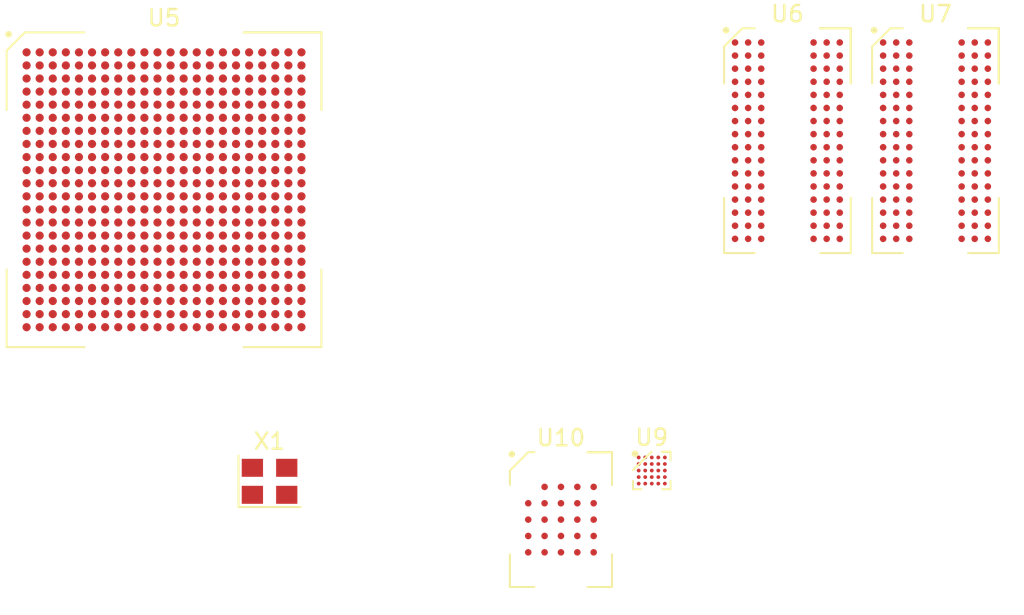
<source format=kicad_pcb>
(kicad_pcb (version 20171130) (host pcbnew "(5.1.9)-1")

  (general
    (thickness 1.6)
    (drawings 0)
    (tracks 0)
    (zones 0)
    (modules 6)
    (nets 53)
  )

  (page A4)
  (layers
    (0 F.Cu signal)
    (31 B.Cu signal)
    (32 B.Adhes user)
    (33 F.Adhes user)
    (34 B.Paste user)
    (35 F.Paste user)
    (36 B.SilkS user)
    (37 F.SilkS user)
    (38 B.Mask user)
    (39 F.Mask user)
    (40 Dwgs.User user)
    (41 Cmts.User user)
    (42 Eco1.User user)
    (43 Eco2.User user)
    (44 Edge.Cuts user)
    (45 Margin user)
    (46 B.CrtYd user)
    (47 F.CrtYd user)
    (48 B.Fab user)
    (49 F.Fab user)
  )

  (setup
    (last_trace_width 0.25)
    (trace_clearance 0.2)
    (zone_clearance 0.508)
    (zone_45_only no)
    (trace_min 0.2)
    (via_size 0.8)
    (via_drill 0.4)
    (via_min_size 0.4)
    (via_min_drill 0.3)
    (uvia_size 0.3)
    (uvia_drill 0.1)
    (uvias_allowed no)
    (uvia_min_size 0.2)
    (uvia_min_drill 0.1)
    (edge_width 0.05)
    (segment_width 0.2)
    (pcb_text_width 0.3)
    (pcb_text_size 1.5 1.5)
    (mod_edge_width 0.12)
    (mod_text_size 1 1)
    (mod_text_width 0.15)
    (pad_size 1.524 1.524)
    (pad_drill 0.762)
    (pad_to_mask_clearance 0)
    (aux_axis_origin 0 0)
    (visible_elements 7FFFFFFF)
    (pcbplotparams
      (layerselection 0x010fc_ffffffff)
      (usegerberextensions false)
      (usegerberattributes true)
      (usegerberadvancedattributes true)
      (creategerberjobfile true)
      (excludeedgelayer true)
      (linewidth 0.100000)
      (plotframeref false)
      (viasonmask false)
      (mode 1)
      (useauxorigin false)
      (hpglpennumber 1)
      (hpglpenspeed 20)
      (hpglpendiameter 15.000000)
      (psnegative false)
      (psa4output false)
      (plotreference true)
      (plotvalue true)
      (plotinvisibletext false)
      (padsonsilk false)
      (subtractmaskfromsilk false)
      (outputformat 1)
      (mirror false)
      (drillshape 1)
      (scaleselection 1)
      (outputdirectory ""))
  )

  (net 0 "")
  (net 1 +3V3)
  (net 2 GND)
  (net 3 /DDr/DDR_A0)
  (net 4 +1V2)
  (net 5 /DDr/DDR_ACT)
  (net 6 /DDr/DDR_A4)
  (net 7 /DDr/DDR_A11)
  (net 8 /DDr/DDR_A10)
  (net 9 +1V8)
  (net 10 /DDr/DDR_A1)
  (net 11 /DDr/DDR_A6)
  (net 12 /DDr/DDR_A3)
  (net 13 /DDr/DDR_A13)
  (net 14 /DDr/DDR_A7)
  (net 15 +0V85)
  (net 16 /DDr/DDR_A12)
  (net 17 /DDr/DDR_A9)
  (net 18 /DDr/DDR_RESETN)
  (net 19 /DDr/DDR_A2)
  (net 20 /DDr/DDR_A14)
  (net 21 /DDr/DDR_A8)
  (net 22 /DDr/DDR_A5)
  (net 23 /DDr/DDR_A15)
  (net 24 /DDr/DDR_A16)
  (net 25 "/MIO & REFERENCIA/PS_CLK")
  (net 26 +2V5)
  (net 27 /DDr/DDR_BA1)
  (net 28 /DDr/DDR_DQS_P1)
  (net 29 /DDr/DDR_DQS_N1)
  (net 30 /DDr/DDR_DQS_P0)
  (net 31 /DDr/DDR_DQS_N0)
  (net 32 /DDr/DDR_BA0)
  (net 33 /DDr/DDR_BG0)
  (net 34 "/MIO & REFERENCIA/MIO_DAT3")
  (net 35 "/MIO & REFERENCIA/MIO_CLK_IN")
  (net 36 "/MIO & REFERENCIA/MIO_CMD")
  (net 37 "/MIO & REFERENCIA/MIO_DIR1_3")
  (net 38 "/MIO & REFERENCIA/MIO_DAT0")
  (net 39 "/MIO & REFERENCIA/MIO_DAT1")
  (net 40 "/MIO & REFERENCIA/MIO_DAT2")
  (net 41 "/MIO & REFERENCIA/MIO_DIR_CMD")
  (net 42 "/MIO & REFERENCIA/MIO_WP")
  (net 43 "/MIO & REFERENCIA/MIO_CD")
  (net 44 "/MIO & REFERENCIA/MIO_SEL")
  (net 45 "/MIO & REFERENCIA/MIO_DIR0")
  (net 46 "/MIO & REFERENCIA/IO0")
  (net 47 "/MIO & REFERENCIA/IO3")
  (net 48 "/MIO & REFERENCIA/SCK")
  (net 49 "/MIO & REFERENCIA/IO2")
  (net 50 "/MIO & REFERENCIA/CS")
  (net 51 "/MIO & REFERENCIA/IO1")
  (net 52 "Net-(U10-PadA2)")

  (net_class Default "This is the default net class."
    (clearance 0.2)
    (trace_width 0.25)
    (via_dia 0.8)
    (via_drill 0.4)
    (uvia_dia 0.3)
    (uvia_drill 0.1)
    (add_net +0V85)
    (add_net +1V2)
    (add_net +1V8)
    (add_net +2V5)
    (add_net +3V3)
    (add_net /DDr/DDR_A0)
    (add_net /DDr/DDR_A1)
    (add_net /DDr/DDR_A10)
    (add_net /DDr/DDR_A11)
    (add_net /DDr/DDR_A12)
    (add_net /DDr/DDR_A13)
    (add_net /DDr/DDR_A14)
    (add_net /DDr/DDR_A15)
    (add_net /DDr/DDR_A16)
    (add_net /DDr/DDR_A2)
    (add_net /DDr/DDR_A3)
    (add_net /DDr/DDR_A4)
    (add_net /DDr/DDR_A5)
    (add_net /DDr/DDR_A6)
    (add_net /DDr/DDR_A7)
    (add_net /DDr/DDR_A8)
    (add_net /DDr/DDR_A9)
    (add_net /DDr/DDR_ACT)
    (add_net /DDr/DDR_BA0)
    (add_net /DDr/DDR_BA1)
    (add_net /DDr/DDR_BG0)
    (add_net /DDr/DDR_CK)
    (add_net /DDr/DDR_CK_N)
    (add_net /DDr/DDR_DM0)
    (add_net /DDr/DDR_DM1)
    (add_net /DDr/DDR_DM2)
    (add_net /DDr/DDR_DM3)
    (add_net /DDr/DDR_DQ0)
    (add_net /DDr/DDR_DQ1)
    (add_net /DDr/DDR_DQ10)
    (add_net /DDr/DDR_DQ11)
    (add_net /DDr/DDR_DQ12)
    (add_net /DDr/DDR_DQ13)
    (add_net /DDr/DDR_DQ14)
    (add_net /DDr/DDR_DQ15)
    (add_net /DDr/DDR_DQ16)
    (add_net /DDr/DDR_DQ17)
    (add_net /DDr/DDR_DQ18)
    (add_net /DDr/DDR_DQ19)
    (add_net /DDr/DDR_DQ2)
    (add_net /DDr/DDR_DQ20)
    (add_net /DDr/DDR_DQ21)
    (add_net /DDr/DDR_DQ22)
    (add_net /DDr/DDR_DQ23)
    (add_net /DDr/DDR_DQ24)
    (add_net /DDr/DDR_DQ25)
    (add_net /DDr/DDR_DQ26)
    (add_net /DDr/DDR_DQ27)
    (add_net /DDr/DDR_DQ28)
    (add_net /DDr/DDR_DQ29)
    (add_net /DDr/DDR_DQ3)
    (add_net /DDr/DDR_DQ30)
    (add_net /DDr/DDR_DQ31)
    (add_net /DDr/DDR_DQ4)
    (add_net /DDr/DDR_DQ5)
    (add_net /DDr/DDR_DQ6)
    (add_net /DDr/DDR_DQ7)
    (add_net /DDr/DDR_DQ8)
    (add_net /DDr/DDR_DQ9)
    (add_net /DDr/DDR_DQS_N0)
    (add_net /DDr/DDR_DQS_N1)
    (add_net /DDr/DDR_DQS_P0)
    (add_net /DDr/DDR_DQS_P1)
    (add_net /DDr/DDR_RESETN)
    (add_net "/MIO & REFERENCIA/CS")
    (add_net "/MIO & REFERENCIA/IO0")
    (add_net "/MIO & REFERENCIA/IO1")
    (add_net "/MIO & REFERENCIA/IO2")
    (add_net "/MIO & REFERENCIA/IO3")
    (add_net "/MIO & REFERENCIA/MIO_CD")
    (add_net "/MIO & REFERENCIA/MIO_CLK_IN")
    (add_net "/MIO & REFERENCIA/MIO_CMD")
    (add_net "/MIO & REFERENCIA/MIO_DAT0")
    (add_net "/MIO & REFERENCIA/MIO_DAT1")
    (add_net "/MIO & REFERENCIA/MIO_DAT2")
    (add_net "/MIO & REFERENCIA/MIO_DAT3")
    (add_net "/MIO & REFERENCIA/MIO_DIR0")
    (add_net "/MIO & REFERENCIA/MIO_DIR1_3")
    (add_net "/MIO & REFERENCIA/MIO_DIR_CMD")
    (add_net "/MIO & REFERENCIA/MIO_SEL")
    (add_net "/MIO & REFERENCIA/MIO_USB_CLK")
    (add_net "/MIO & REFERENCIA/MIO_USB_DATA0")
    (add_net "/MIO & REFERENCIA/MIO_USB_DATA1")
    (add_net "/MIO & REFERENCIA/MIO_USB_DATA2")
    (add_net "/MIO & REFERENCIA/MIO_USB_DATA3")
    (add_net "/MIO & REFERENCIA/MIO_USB_DATA4")
    (add_net "/MIO & REFERENCIA/MIO_USB_DATA5")
    (add_net "/MIO & REFERENCIA/MIO_USB_DATA6")
    (add_net "/MIO & REFERENCIA/MIO_USB_DATA7")
    (add_net "/MIO & REFERENCIA/MIO_USB_DIR")
    (add_net "/MIO & REFERENCIA/MIO_USB_NXT")
    (add_net "/MIO & REFERENCIA/MIO_USB_STP")
    (add_net "/MIO & REFERENCIA/MIO_WP")
    (add_net "/MIO & REFERENCIA/PS_CLK")
    (add_net "/MIO & REFERENCIA/PS_DONE")
    (add_net "/MIO & REFERENCIA/PS_ERROR")
    (add_net "/MIO & REFERENCIA/PS_INIT_B")
    (add_net "/MIO & REFERENCIA/PS_POR_B")
    (add_net "/MIO & REFERENCIA/PS_PROG_B")
    (add_net "/MIO & REFERENCIA/PS_TCK")
    (add_net "/MIO & REFERENCIA/PS_TDI")
    (add_net "/MIO & REFERENCIA/PS_TDO")
    (add_net "/MIO & REFERENCIA/PS_TMS")
    (add_net "/MIO & REFERENCIA/SCK")
    (add_net "/MIO & REFERENCIA/SD_CLK")
    (add_net "/MIO & REFERENCIA/SD_D0")
    (add_net "/MIO & REFERENCIA/SD_D1")
    (add_net "/MIO & REFERENCIA/SD_D2")
    (add_net "/MIO & REFERENCIA/SD_D3")
    (add_net "/MIO & REFERENCIA/SRST_B")
    (add_net /PINOUT/BT_0)
    (add_net /PINOUT/BT_1)
    (add_net /PINOUT/BT_2)
    (add_net /PINOUT/LED_0)
    (add_net /PINOUT/LED_1)
    (add_net /PINOUT/LED_2)
    (add_net /PINOUT/LED_3)
    (add_net /PINOUT/LED_4)
    (add_net /PINOUT/LED_5)
    (add_net /PINOUT/LED_6)
    (add_net /PINOUT/LED_7)
    (add_net /PINOUT/SW_0)
    (add_net /PINOUT/SW_1)
    (add_net /PINOUT/SW_2)
    (add_net /PINOUT/SW_3)
    (add_net /PINOUT/SW_4)
    (add_net GND)
    (add_net "Net-(C26-Pad1)")
    (add_net "Net-(C36-Pad1)")
    (add_net "Net-(R119-Pad2)")
    (add_net "Net-(R14-Pad1)")
    (add_net "Net-(R17-Pad1)")
    (add_net "Net-(R49-Pad2)")
    (add_net "Net-(R50-Pad2)")
    (add_net "Net-(R51-Pad2)")
    (add_net "Net-(R52-Pad2)")
    (add_net "Net-(R53-Pad2)")
    (add_net "Net-(R54-Pad2)")
    (add_net "Net-(R55-Pad2)")
    (add_net "Net-(R56-Pad2)")
    (add_net "Net-(R57-Pad2)")
    (add_net "Net-(R58-Pad2)")
    (add_net "Net-(R59-Pad2)")
    (add_net "Net-(R60-Pad2)")
    (add_net "Net-(R61-Pad2)")
    (add_net "Net-(R62-Pad2)")
    (add_net "Net-(R63-Pad2)")
    (add_net "Net-(R64-Pad2)")
    (add_net "Net-(R65-Pad2)")
    (add_net "Net-(R66-Pad2)")
    (add_net "Net-(R67-Pad2)")
    (add_net "Net-(R68-Pad2)")
    (add_net "Net-(R69-Pad2)")
    (add_net "Net-(R70-Pad2)")
    (add_net "Net-(R71-Pad2)")
    (add_net "Net-(R72-Pad2)")
    (add_net "Net-(R73-Pad2)")
    (add_net "Net-(R74-Pad2)")
    (add_net "Net-(R75-Pad2)")
    (add_net "Net-(R76-Pad2)")
    (add_net "Net-(R77-Pad2)")
    (add_net "Net-(R78-Pad2)")
    (add_net "Net-(R79-Pad2)")
    (add_net "Net-(R80-Pad2)")
    (add_net "Net-(R81-Pad2)")
    (add_net "Net-(R82-Pad2)")
    (add_net "Net-(R83-Pad2)")
    (add_net "Net-(R84-Pad2)")
    (add_net "Net-(R85-Pad2)")
    (add_net "Net-(R86-Pad2)")
    (add_net "Net-(R87-Pad2)")
    (add_net "Net-(R88-Pad2)")
    (add_net "Net-(R89-Pad2)")
    (add_net "Net-(R90-Pad2)")
    (add_net "Net-(R91-Pad2)")
    (add_net "Net-(R92-Pad2)")
    (add_net "Net-(R93-Pad2)")
    (add_net "Net-(U10-PadA2)")
    (add_net "Net-(U5-PadA16)")
    (add_net "Net-(U5-PadA17)")
    (add_net "Net-(U5-PadA19)")
    (add_net "Net-(U5-PadA2)")
    (add_net "Net-(U5-PadA20)")
    (add_net "Net-(U5-PadA3)")
    (add_net "Net-(U5-PadA4)")
    (add_net "Net-(U5-PadAA2)")
    (add_net "Net-(U5-PadAA3)")
    (add_net "Net-(U5-PadAA4)")
    (add_net "Net-(U5-PadAA6)")
    (add_net "Net-(U5-PadAB2)")
    (add_net "Net-(U5-PadAB4)")
    (add_net "Net-(U5-PadAB5)")
    (add_net "Net-(U5-PadAB6)")
    (add_net "Net-(U5-PadB1)")
    (add_net "Net-(U5-PadB15)")
    (add_net "Net-(U5-PadB16)")
    (add_net "Net-(U5-PadB17)")
    (add_net "Net-(U5-PadB18)")
    (add_net "Net-(U5-PadB2)")
    (add_net "Net-(U5-PadB21)")
    (add_net "Net-(U5-PadB22)")
    (add_net "Net-(U5-PadB4)")
    (add_net "Net-(U5-PadC17)")
    (add_net "Net-(U5-PadC19)")
    (add_net "Net-(U5-PadC2)")
    (add_net "Net-(U5-PadC20)")
    (add_net "Net-(U5-PadC3)")
    (add_net "Net-(U5-PadC5)")
    (add_net "Net-(U5-PadC7)")
    (add_net "Net-(U5-PadC8)")
    (add_net "Net-(U5-PadC9)")
    (add_net "Net-(U5-PadD1)")
    (add_net "Net-(U5-PadD10)")
    (add_net "Net-(U5-PadD16)")
    (add_net "Net-(U5-PadD17)")
    (add_net "Net-(U5-PadD18)")
    (add_net "Net-(U5-PadD2)")
    (add_net "Net-(U5-PadD21)")
    (add_net "Net-(U5-PadD22)")
    (add_net "Net-(U5-PadD3)")
    (add_net "Net-(U5-PadD5)")
    (add_net "Net-(U5-PadD6)")
    (add_net "Net-(U5-PadD7)")
    (add_net "Net-(U5-PadD8)")
    (add_net "Net-(U5-PadE1)")
    (add_net "Net-(U5-PadE10)")
    (add_net "Net-(U5-PadE11)")
    (add_net "Net-(U5-PadE13)")
    (add_net "Net-(U5-PadE16)")
    (add_net "Net-(U5-PadE19)")
    (add_net "Net-(U5-PadE20)")
    (add_net "Net-(U5-PadE3)")
    (add_net "Net-(U5-PadE4)")
    (add_net "Net-(U5-PadE8)")
    (add_net "Net-(U5-PadE9)")
    (add_net "Net-(U5-PadF1)")
    (add_net "Net-(U5-PadF11)")
    (add_net "Net-(U5-PadF12)")
    (add_net "Net-(U5-PadF13)")
    (add_net "Net-(U5-PadF17)")
    (add_net "Net-(U5-PadF18)")
    (add_net "Net-(U5-PadF2)")
    (add_net "Net-(U5-PadF21)")
    (add_net "Net-(U5-PadF22)")
    (add_net "Net-(U5-PadF3)")
    (add_net "Net-(U5-PadF4)")
    (add_net "Net-(U5-PadF9)")
    (add_net "Net-(U5-PadG1)")
    (add_net "Net-(U5-PadG10)")
    (add_net "Net-(U5-PadG11)")
    (add_net "Net-(U5-PadG12)")
    (add_net "Net-(U5-PadG17)")
    (add_net "Net-(U5-PadG19)")
    (add_net "Net-(U5-PadG2)")
    (add_net "Net-(U5-PadG20)")
    (add_net "Net-(U5-PadG4)")
    (add_net "Net-(U5-PadG9)")
    (add_net "Net-(U5-PadH2)")
    (add_net "Net-(U5-PadH21)")
    (add_net "Net-(U5-PadH22)")
    (add_net "Net-(U5-PadH3)")
    (add_net "Net-(U5-PadH4)")
    (add_net "Net-(U5-PadH5)")
    (add_net "Net-(U5-PadJ1)")
    (add_net "Net-(U5-PadJ17)")
    (add_net "Net-(U5-PadJ19)")
    (add_net "Net-(U5-PadJ2)")
    (add_net "Net-(U5-PadJ20)")
    (add_net "Net-(U5-PadJ3)")
    (add_net "Net-(U5-PadJ5)")
    (add_net "Net-(U5-PadK1)")
    (add_net "Net-(U5-PadK18)")
    (add_net "Net-(U5-PadK21)")
    (add_net "Net-(U5-PadK22)")
    (add_net "Net-(U5-PadK3)")
    (add_net "Net-(U5-PadK4)")
    (add_net "Net-(U5-PadL1)")
    (add_net "Net-(U5-PadL19)")
    (add_net "Net-(U5-PadL2)")
    (add_net "Net-(U5-PadL20)")
    (add_net "Net-(U5-PadL3)")
    (add_net "Net-(U5-PadL4)")
    (add_net "Net-(U5-PadM1)")
    (add_net "Net-(U5-PadM2)")
    (add_net "Net-(U5-PadM21)")
    (add_net "Net-(U5-PadM22)")
    (add_net "Net-(U5-PadM4)")
    (add_net "Net-(U5-PadM5)")
    (add_net "Net-(U5-PadN18)")
    (add_net "Net-(U5-PadN19)")
    (add_net "Net-(U5-PadN2)")
    (add_net "Net-(U5-PadN3)")
    (add_net "Net-(U5-PadN4)")
    (add_net "Net-(U5-PadN5)")
    (add_net "Net-(U5-PadP1)")
    (add_net "Net-(U5-PadP18)")
    (add_net "Net-(U5-PadP2)")
    (add_net "Net-(U5-PadP20)")
    (add_net "Net-(U5-PadP21)")
    (add_net "Net-(U5-PadP22)")
    (add_net "Net-(U5-PadP3)")
    (add_net "Net-(U5-PadP5)")
    (add_net "Net-(U5-PadR1)")
    (add_net "Net-(U5-PadR18)")
    (add_net "Net-(U5-PadR19)")
    (add_net "Net-(U5-PadR20)")
    (add_net "Net-(U5-PadR21)")
    (add_net "Net-(U5-PadR3)")
    (add_net "Net-(U5-PadR4)")
    (add_net "Net-(U5-PadR5)")
    (add_net "Net-(U5-PadT1)")
    (add_net "Net-(U5-PadT2)")
    (add_net "Net-(U5-PadT22)")
    (add_net "Net-(U5-PadT3)")
    (add_net "Net-(U5-PadT4)")
    (add_net "Net-(U5-PadU1)")
    (add_net "Net-(U5-PadU2)")
    (add_net "Net-(U5-PadU20)")
    (add_net "Net-(U5-PadU21)")
    (add_net "Net-(U5-PadV18)")
    (add_net "Net-(U5-PadV19)")
    (add_net "Net-(U5-PadV3)")
    (add_net "Net-(U5-PadV4)")
    (add_net "Net-(U5-PadV5)")
    (add_net "Net-(U5-PadW16)")
    (add_net "Net-(U5-PadW2)")
    (add_net "Net-(U5-PadW21)")
    (add_net "Net-(U5-PadW3)")
    (add_net "Net-(U5-PadW5)")
    (add_net "Net-(U5-PadW6)")
    (add_net "Net-(U5-PadY1)")
    (add_net "Net-(U5-PadY3)")
    (add_net "Net-(U5-PadY4)")
    (add_net "Net-(U5-PadY5)")
    (add_net "Net-(U5-PadY6)")
    (add_net "Net-(U6-PadT7)")
    (add_net "Net-(U7-PadT7)")
    (add_net "Net-(U9-PadE2)")
  )

  (module Zynq-eame_UltraScale_0:BGA-25_5x5_6.0x8.0mm (layer F.Cu) (tedit 600B0CEA) (tstamp 61379921)
    (at 78.8 61.2)
    (path /60F5C424/613E1202)
    (attr smd)
    (fp_text reference U10 (at 0 -5) (layer F.SilkS)
      (effects (font (size 1 1) (thickness 0.15)))
    )
    (fp_text value MT25QU512ABB (at 0 5) (layer F.Fab)
      (effects (font (size 1 1) (thickness 0.15)))
    )
    (fp_line (start -2 -4) (end -3 -3) (layer F.Fab) (width 0.1))
    (fp_line (start -3 -3) (end -3 4) (layer F.Fab) (width 0.1))
    (fp_line (start -3 4) (end 3 4) (layer F.Fab) (width 0.1))
    (fp_line (start 3 4) (end 3 -4) (layer F.Fab) (width 0.1))
    (fp_line (start 3 -4) (end -2 -4) (layer F.Fab) (width 0.1))
    (fp_line (start 1.62 -4.12) (end 3.12 -4.12) (layer F.SilkS) (width 0.12))
    (fp_line (start 3.12 -4.12) (end 3.12 -2.12) (layer F.SilkS) (width 0.12))
    (fp_line (start 1.62 -4.12) (end 3.12 -4.12) (layer F.SilkS) (width 0.12))
    (fp_line (start 3.12 -4.12) (end 3.12 -2.12) (layer F.SilkS) (width 0.12))
    (fp_line (start 1.62 4.12) (end 3.12 4.12) (layer F.SilkS) (width 0.12))
    (fp_line (start 3.12 4.12) (end 3.12 2.12) (layer F.SilkS) (width 0.12))
    (fp_line (start 1.62 -4.12) (end 3.12 -4.12) (layer F.SilkS) (width 0.12))
    (fp_line (start 3.12 -4.12) (end 3.12 -2.12) (layer F.SilkS) (width 0.12))
    (fp_line (start -1.62 4.12) (end -3.12 4.12) (layer F.SilkS) (width 0.12))
    (fp_line (start -3.12 4.12) (end -3.12 2.12) (layer F.SilkS) (width 0.12))
    (fp_line (start -1.62 -4.12) (end -2 -4.12) (layer F.SilkS) (width 0.12))
    (fp_line (start -2 -4.12) (end -3.12 -3) (layer F.SilkS) (width 0.12))
    (fp_line (start -3.12 -3) (end -3.12 -2.12) (layer F.SilkS) (width 0.12))
    (fp_circle (center -3 -4) (end -3 -3.9) (layer F.SilkS) (width 0.2))
    (fp_line (start -3.25 -4.25) (end 3.25 -4.25) (layer F.CrtYd) (width 0.05))
    (fp_line (start 3.25 -4.25) (end 3.25 4.25) (layer F.CrtYd) (width 0.05))
    (fp_line (start 3.25 4.25) (end -3.25 4.25) (layer F.CrtYd) (width 0.05))
    (fp_line (start -3.25 4.25) (end -3.25 -4.25) (layer F.CrtYd) (width 0.05))
    (pad E5 smd circle (at 2 2) (size 0.4 0.4) (layers F.Cu F.Paste F.Mask)
      (net 52 "Net-(U10-PadA2)"))
    (pad D5 smd circle (at 2 1) (size 0.4 0.4) (layers F.Cu F.Paste F.Mask)
      (net 52 "Net-(U10-PadA2)"))
    (pad C5 smd circle (at 2 0) (size 0.4 0.4) (layers F.Cu F.Paste F.Mask)
      (net 52 "Net-(U10-PadA2)"))
    (pad B5 smd circle (at 2 -1) (size 0.4 0.4) (layers F.Cu F.Paste F.Mask)
      (net 52 "Net-(U10-PadA2)"))
    (pad A5 smd circle (at 2 -2) (size 0.4 0.4) (layers F.Cu F.Paste F.Mask)
      (net 52 "Net-(U10-PadA2)"))
    (pad E4 smd circle (at 1 2) (size 0.4 0.4) (layers F.Cu F.Paste F.Mask))
    (pad D4 smd circle (at 1 1) (size 0.4 0.4) (layers F.Cu F.Paste F.Mask)
      (net 47 "/MIO & REFERENCIA/IO3"))
    (pad C4 smd circle (at 1 0) (size 0.4 0.4) (layers F.Cu F.Paste F.Mask)
      (net 49 "/MIO & REFERENCIA/IO2"))
    (pad B4 smd circle (at 1 -1) (size 0.4 0.4) (layers F.Cu F.Paste F.Mask)
      (net 9 +1V8))
    (pad A4 smd circle (at 1 -2) (size 0.4 0.4) (layers F.Cu F.Paste F.Mask)
      (net 52 "Net-(U10-PadA2)"))
    (pad E3 smd circle (at 0 2) (size 0.4 0.4) (layers F.Cu F.Paste F.Mask)
      (net 52 "Net-(U10-PadA2)"))
    (pad D3 smd circle (at 0 1) (size 0.4 0.4) (layers F.Cu F.Paste F.Mask)
      (net 46 "/MIO & REFERENCIA/IO0"))
    (pad C3 smd circle (at 0 0) (size 0.4 0.4) (layers F.Cu F.Paste F.Mask)
      (net 52 "Net-(U10-PadA2)"))
    (pad B3 smd circle (at 0 -1) (size 0.4 0.4) (layers F.Cu F.Paste F.Mask)
      (net 2 GND))
    (pad A3 smd circle (at 0 -2) (size 0.4 0.4) (layers F.Cu F.Paste F.Mask)
      (net 52 "Net-(U10-PadA2)"))
    (pad E2 smd circle (at -1 2) (size 0.4 0.4) (layers F.Cu F.Paste F.Mask)
      (net 52 "Net-(U10-PadA2)"))
    (pad D2 smd circle (at -1 1) (size 0.4 0.4) (layers F.Cu F.Paste F.Mask)
      (net 51 "/MIO & REFERENCIA/IO1"))
    (pad C2 smd circle (at -1 0) (size 0.4 0.4) (layers F.Cu F.Paste F.Mask)
      (net 50 "/MIO & REFERENCIA/CS"))
    (pad B2 smd circle (at -1 -1) (size 0.4 0.4) (layers F.Cu F.Paste F.Mask)
      (net 48 "/MIO & REFERENCIA/SCK"))
    (pad A2 smd circle (at -1 -2) (size 0.4 0.4) (layers F.Cu F.Paste F.Mask)
      (net 52 "Net-(U10-PadA2)"))
    (pad E1 smd circle (at -2 2) (size 0.4 0.4) (layers F.Cu F.Paste F.Mask)
      (net 52 "Net-(U10-PadA2)"))
    (pad D1 smd circle (at -2 1) (size 0.4 0.4) (layers F.Cu F.Paste F.Mask)
      (net 52 "Net-(U10-PadA2)"))
    (pad C1 smd circle (at -2 0) (size 0.4 0.4) (layers F.Cu F.Paste F.Mask)
      (net 52 "Net-(U10-PadA2)"))
    (pad B1 smd circle (at -2 -1) (size 0.4 0.4) (layers F.Cu F.Paste F.Mask)
      (net 52 "Net-(U10-PadA2)"))
  )

  (module Zynq-eame_UltraScale_0:BGA-25_5x5_2.049999x2.049999mm (layer F.Cu) (tedit 0) (tstamp 613798EE)
    (at 84.35 58.2)
    (path /60F5C424/614CBA6B)
    (attr smd)
    (fp_text reference U9 (at 0 -2.024999) (layer F.SilkS)
      (effects (font (size 1 1) (thickness 0.15)))
    )
    (fp_text value IP4856CX25 (at 0 2.024999) (layer F.Fab)
      (effects (font (size 1 1) (thickness 0.15)))
    )
    (fp_line (start -0.024999 -1.024999) (end -1.024999 -0.024999) (layer F.Fab) (width 0.1))
    (fp_line (start -1.024999 -0.024999) (end -1.024999 1.024999) (layer F.Fab) (width 0.1))
    (fp_line (start -1.024999 1.024999) (end 1.024999 1.024999) (layer F.Fab) (width 0.1))
    (fp_line (start 1.024999 1.024999) (end 1.024999 -1.024999) (layer F.Fab) (width 0.1))
    (fp_line (start 1.024999 -1.024999) (end -0.024999 -1.024999) (layer F.Fab) (width 0.1))
    (fp_line (start 0.632499 -1.144999) (end 1.144999 -1.144999) (layer F.SilkS) (width 0.12))
    (fp_line (start 1.144999 -1.144999) (end 1.144999 -0.632499) (layer F.SilkS) (width 0.12))
    (fp_line (start 0.632499 -1.144999) (end 1.144999 -1.144999) (layer F.SilkS) (width 0.12))
    (fp_line (start 1.144999 -1.144999) (end 1.144999 -0.632499) (layer F.SilkS) (width 0.12))
    (fp_line (start 0.632499 1.144999) (end 1.144999 1.144999) (layer F.SilkS) (width 0.12))
    (fp_line (start 1.144999 1.144999) (end 1.144999 0.632499) (layer F.SilkS) (width 0.12))
    (fp_line (start 0.632499 -1.144999) (end 1.144999 -1.144999) (layer F.SilkS) (width 0.12))
    (fp_line (start 1.144999 -1.144999) (end 1.144999 -0.632499) (layer F.SilkS) (width 0.12))
    (fp_line (start -0.632499 1.144999) (end -1.144999 1.144999) (layer F.SilkS) (width 0.12))
    (fp_line (start -1.144999 1.144999) (end -1.144999 0.632499) (layer F.SilkS) (width 0.12))
    (fp_line (start -0.024999 -1.144999) (end -1.144999 -0.024999) (layer F.SilkS) (width 0.12))
    (fp_circle (center -1.024999 -1.024999) (end -1.024999 -0.924999) (layer F.SilkS) (width 0.2))
    (fp_line (start -1.25 -1.25) (end 1.25 -1.25) (layer F.CrtYd) (width 0.05))
    (fp_line (start 1.25 -1.25) (end 1.25 1.25) (layer F.CrtYd) (width 0.05))
    (fp_line (start 1.25 1.25) (end -1.25 1.25) (layer F.CrtYd) (width 0.05))
    (fp_line (start -1.25 1.25) (end -1.25 -1.25) (layer F.CrtYd) (width 0.05))
    (pad E5 smd circle (at 0.8 0.8) (size 0.23 0.23) (layers F.Cu F.Paste F.Mask))
    (pad D5 smd circle (at 0.8 0.4) (size 0.23 0.23) (layers F.Cu F.Paste F.Mask))
    (pad C5 smd circle (at 0.8 0) (size 0.23 0.23) (layers F.Cu F.Paste F.Mask))
    (pad B5 smd circle (at 0.8 -0.4) (size 0.23 0.23) (layers F.Cu F.Paste F.Mask))
    (pad A5 smd circle (at 0.8 -0.8) (size 0.23 0.23) (layers F.Cu F.Paste F.Mask))
    (pad E4 smd circle (at 0.4 0.8) (size 0.23 0.23) (layers F.Cu F.Paste F.Mask)
      (net 42 "/MIO & REFERENCIA/MIO_WP"))
    (pad D4 smd circle (at 0.4 0.4) (size 0.23 0.23) (layers F.Cu F.Paste F.Mask))
    (pad C4 smd circle (at 0.4 0) (size 0.23 0.23) (layers F.Cu F.Paste F.Mask)
      (net 1 +3V3))
    (pad B4 smd circle (at 0.4 -0.4) (size 0.23 0.23) (layers F.Cu F.Paste F.Mask)
      (net 2 GND))
    (pad A4 smd circle (at 0.4 -0.8) (size 0.23 0.23) (layers F.Cu F.Paste F.Mask)
      (net 1 +3V3))
    (pad E3 smd circle (at 0 0.8) (size 0.23 0.23) (layers F.Cu F.Paste F.Mask)
      (net 37 "/MIO & REFERENCIA/MIO_DIR1_3"))
    (pad D3 smd circle (at 0 0.4) (size 0.23 0.23) (layers F.Cu F.Paste F.Mask)
      (net 43 "/MIO & REFERENCIA/MIO_CD"))
    (pad C3 smd circle (at 0 0) (size 0.23 0.23) (layers F.Cu F.Paste F.Mask)
      (net 2 GND))
    (pad B3 smd circle (at 0 -0.4) (size 0.23 0.23) (layers F.Cu F.Paste F.Mask)
      (net 9 +1V8))
    (pad A3 smd circle (at 0 -0.8) (size 0.23 0.23) (layers F.Cu F.Paste F.Mask)
      (net 45 "/MIO & REFERENCIA/MIO_DIR0"))
    (pad E2 smd circle (at -0.4 0.8) (size 0.23 0.23) (layers F.Cu F.Paste F.Mask))
    (pad D2 smd circle (at -0.4 0.4) (size 0.23 0.23) (layers F.Cu F.Paste F.Mask)
      (net 36 "/MIO & REFERENCIA/MIO_CMD"))
    (pad C2 smd circle (at -0.4 0) (size 0.23 0.23) (layers F.Cu F.Paste F.Mask)
      (net 9 +1V8))
    (pad B2 smd circle (at -0.4 -0.4) (size 0.23 0.23) (layers F.Cu F.Paste F.Mask)
      (net 44 "/MIO & REFERENCIA/MIO_SEL"))
    (pad A2 smd circle (at -0.4 -0.8) (size 0.23 0.23) (layers F.Cu F.Paste F.Mask)
      (net 41 "/MIO & REFERENCIA/MIO_DIR_CMD"))
    (pad E1 smd circle (at -0.8 0.8) (size 0.23 0.23) (layers F.Cu F.Paste F.Mask)
      (net 39 "/MIO & REFERENCIA/MIO_DAT1"))
    (pad D1 smd circle (at -0.8 0.4) (size 0.23 0.23) (layers F.Cu F.Paste F.Mask)
      (net 38 "/MIO & REFERENCIA/MIO_DAT0"))
    (pad C1 smd circle (at -0.8 0) (size 0.23 0.23) (layers F.Cu F.Paste F.Mask)
      (net 35 "/MIO & REFERENCIA/MIO_CLK_IN"))
    (pad B1 smd circle (at -0.8 -0.4) (size 0.23 0.23) (layers F.Cu F.Paste F.Mask)
      (net 34 "/MIO & REFERENCIA/MIO_DAT3"))
    (pad A1 smd circle (at -0.8 -0.8) (size 0.23 0.23) (layers F.Cu F.Paste F.Mask)
      (net 40 "/MIO & REFERENCIA/MIO_DAT2"))
  )

  (module Oscillator:Oscillator_SMD_Abracon_ASE-4Pin_3.2x2.5mm (layer F.Cu) (tedit 58CD3344) (tstamp 612A7611)
    (at 60.99 58.86)
    (descr "Miniature Crystal Clock Oscillator Abracon ASE series, http://www.abracon.com/Oscillators/ASEseries.pdf, 3.2x2.5mm^2 package")
    (tags "SMD SMT crystal oscillator")
    (path /60F5C424/616D82E4)
    (attr smd)
    (fp_text reference X1 (at 0 -2.45) (layer F.SilkS)
      (effects (font (size 1 1) (thickness 0.15)))
    )
    (fp_text value ASE-xxxMHz (at 0 2.45) (layer F.Fab)
      (effects (font (size 1 1) (thickness 0.15)))
    )
    (fp_line (start -1.5 -1.25) (end 1.5 -1.25) (layer F.Fab) (width 0.1))
    (fp_line (start 1.5 -1.25) (end 1.6 -1.15) (layer F.Fab) (width 0.1))
    (fp_line (start 1.6 -1.15) (end 1.6 1.15) (layer F.Fab) (width 0.1))
    (fp_line (start 1.6 1.15) (end 1.5 1.25) (layer F.Fab) (width 0.1))
    (fp_line (start 1.5 1.25) (end -1.5 1.25) (layer F.Fab) (width 0.1))
    (fp_line (start -1.5 1.25) (end -1.6 1.15) (layer F.Fab) (width 0.1))
    (fp_line (start -1.6 1.15) (end -1.6 -1.15) (layer F.Fab) (width 0.1))
    (fp_line (start -1.6 -1.15) (end -1.5 -1.25) (layer F.Fab) (width 0.1))
    (fp_line (start -1.6 0.25) (end -0.6 1.25) (layer F.Fab) (width 0.1))
    (fp_line (start -1.9 -1.575) (end -1.9 1.575) (layer F.SilkS) (width 0.12))
    (fp_line (start -1.9 1.575) (end 1.9 1.575) (layer F.SilkS) (width 0.12))
    (fp_line (start -2 -1.7) (end -2 1.7) (layer F.CrtYd) (width 0.05))
    (fp_line (start -2 1.7) (end 2 1.7) (layer F.CrtYd) (width 0.05))
    (fp_line (start 2 1.7) (end 2 -1.7) (layer F.CrtYd) (width 0.05))
    (fp_line (start 2 -1.7) (end -2 -1.7) (layer F.CrtYd) (width 0.05))
    (fp_circle (center 0 0) (end 0.25 0) (layer F.Adhes) (width 0.1))
    (fp_circle (center 0 0) (end 0.208333 0) (layer F.Adhes) (width 0.083333))
    (fp_circle (center 0 0) (end 0.133333 0) (layer F.Adhes) (width 0.083333))
    (fp_circle (center 0 0) (end 0.058333 0) (layer F.Adhes) (width 0.116667))
    (fp_text user %R (at 0 0) (layer F.Fab)
      (effects (font (size 0.7 0.7) (thickness 0.105)))
    )
    (pad 4 smd rect (at -1.05 -0.825) (size 1.3 1.1) (layers F.Cu F.Paste F.Mask)
      (net 1 +3V3))
    (pad 3 smd rect (at 1.05 -0.825) (size 1.3 1.1) (layers F.Cu F.Paste F.Mask)
      (net 25 "/MIO & REFERENCIA/PS_CLK"))
    (pad 2 smd rect (at 1.05 0.825) (size 1.3 1.1) (layers F.Cu F.Paste F.Mask)
      (net 2 GND))
    (pad 1 smd rect (at -1.05 0.825) (size 1.3 1.1) (layers F.Cu F.Paste F.Mask))
    (model ${KISYS3DMOD}/Oscillator.3dshapes/Oscillator_SMD_Abracon_ASE-4Pin_3.2x2.5mm.wrl
      (at (xyz 0 0 0))
      (scale (xyz 1 1 1))
      (rotate (xyz 0 0 0))
    )
  )

  (module Zynq-eame_UltraScale_0:FBGA96_LY (layer F.Cu) (tedit 60048F5D) (tstamp 612A758A)
    (at 101.69 38.04)
    (path /60F5C3F4/6113DF35)
    (attr smd)
    (fp_text reference U7 (at 0 -7.75) (layer F.SilkS)
      (effects (font (size 1 1) (thickness 0.15)))
    )
    (fp_text value MT40A512M16 (at 0 7.75) (layer F.Fab)
      (effects (font (size 1 1) (thickness 0.15)))
    )
    (fp_line (start -2.75 -6.75) (end -3.75 -5.75) (layer F.Fab) (width 0.1))
    (fp_line (start -3.75 -5.75) (end -3.75 6.75) (layer F.Fab) (width 0.1))
    (fp_line (start -3.75 6.75) (end 3.75 6.75) (layer F.Fab) (width 0.1))
    (fp_line (start 3.75 6.75) (end 3.75 -6.75) (layer F.Fab) (width 0.1))
    (fp_line (start 3.75 -6.75) (end -2.75 -6.75) (layer F.Fab) (width 0.1))
    (fp_line (start 1.995 -6.87) (end 3.87 -6.87) (layer F.SilkS) (width 0.12))
    (fp_line (start 3.87 -6.87) (end 3.87 -3.495) (layer F.SilkS) (width 0.12))
    (fp_line (start 1.995 -6.87) (end 3.87 -6.87) (layer F.SilkS) (width 0.12))
    (fp_line (start 3.87 -6.87) (end 3.87 -3.495) (layer F.SilkS) (width 0.12))
    (fp_line (start 1.995 6.87) (end 3.87 6.87) (layer F.SilkS) (width 0.12))
    (fp_line (start 3.87 6.87) (end 3.87 3.495) (layer F.SilkS) (width 0.12))
    (fp_line (start 1.995 -6.87) (end 3.87 -6.87) (layer F.SilkS) (width 0.12))
    (fp_line (start 3.87 -6.87) (end 3.87 -3.495) (layer F.SilkS) (width 0.12))
    (fp_line (start -1.995 6.87) (end -3.87 6.87) (layer F.SilkS) (width 0.12))
    (fp_line (start -3.87 6.87) (end -3.87 3.495) (layer F.SilkS) (width 0.12))
    (fp_line (start -1.995 -6.87) (end -2.75 -6.87) (layer F.SilkS) (width 0.12))
    (fp_line (start -2.75 -6.87) (end -3.87 -5.75) (layer F.SilkS) (width 0.12))
    (fp_line (start -3.87 -5.75) (end -3.87 -3.495) (layer F.SilkS) (width 0.12))
    (fp_circle (center -3.75 -6.75) (end -3.75 -6.65) (layer F.SilkS) (width 0.2))
    (fp_line (start -4 -7) (end 4 -7) (layer F.CrtYd) (width 0.05))
    (fp_line (start 4 -7) (end 4 7) (layer F.CrtYd) (width 0.05))
    (fp_line (start 4 7) (end -4 7) (layer F.CrtYd) (width 0.05))
    (fp_line (start -4 7) (end -4 -7) (layer F.CrtYd) (width 0.05))
    (pad T9 smd circle (at 3.2 6) (size 0.4 0.4) (layers F.Cu F.Paste F.Mask)
      (net 4 +1V2))
    (pad R9 smd circle (at 3.2 5.2) (size 0.4 0.4) (layers F.Cu F.Paste F.Mask)
      (net 26 +2V5))
    (pad P9 smd circle (at 3.2 4.4) (size 0.4 0.4) (layers F.Cu F.Paste F.Mask)
      (net 5 /DDr/DDR_ACT))
    (pad N9 smd circle (at 3.2 3.6) (size 0.4 0.4) (layers F.Cu F.Paste F.Mask)
      (net 2 GND))
    (pad M9 smd circle (at 3.2 2.8) (size 0.4 0.4) (layers F.Cu F.Paste F.Mask)
      (net 2 GND))
    (pad L9 smd circle (at 3.2 2) (size 0.4 0.4) (layers F.Cu F.Paste F.Mask)
      (net 4 +1V2))
    (pad K9 smd circle (at 3.2 1.2) (size 0.4 0.4) (layers F.Cu F.Paste F.Mask)
      (net 2 GND))
    (pad J9 smd circle (at 3.2 0.4) (size 0.4 0.4) (layers F.Cu F.Paste F.Mask)
      (net 4 +1V2))
    (pad H9 smd circle (at 3.2 -0.4) (size 0.4 0.4) (layers F.Cu F.Paste F.Mask)
      (net 2 GND))
    (pad G9 smd circle (at 3.2 -1.2) (size 0.4 0.4) (layers F.Cu F.Paste F.Mask)
      (net 4 +1V2))
    (pad F9 smd circle (at 3.2 -2) (size 0.4 0.4) (layers F.Cu F.Paste F.Mask))
    (pad E9 smd circle (at 3.2 -2.8) (size 0.4 0.4) (layers F.Cu F.Paste F.Mask)
      (net 2 GND))
    (pad D9 smd circle (at 3.2 -3.6) (size 0.4 0.4) (layers F.Cu F.Paste F.Mask)
      (net 4 +1V2))
    (pad C9 smd circle (at 3.2 -4.4) (size 0.4 0.4) (layers F.Cu F.Paste F.Mask)
      (net 2 GND))
    (pad B9 smd circle (at 3.2 -5.2) (size 0.4 0.4) (layers F.Cu F.Paste F.Mask)
      (net 4 +1V2))
    (pad A9 smd circle (at 3.2 -6) (size 0.4 0.4) (layers F.Cu F.Paste F.Mask)
      (net 4 +1V2))
    (pad T8 smd circle (at 2.4 6) (size 0.4 0.4) (layers F.Cu F.Paste F.Mask)
      (net 13 /DDr/DDR_A13))
    (pad R8 smd circle (at 2.4 5.2) (size 0.4 0.4) (layers F.Cu F.Paste F.Mask)
      (net 14 /DDr/DDR_A7))
    (pad P8 smd circle (at 2.4 4.4) (size 0.4 0.4) (layers F.Cu F.Paste F.Mask)
      (net 22 /DDr/DDR_A5))
    (pad N8 smd circle (at 2.4 3.6) (size 0.4 0.4) (layers F.Cu F.Paste F.Mask)
      (net 27 /DDr/DDR_BA1))
    (pad M8 smd circle (at 2.4 2.8) (size 0.4 0.4) (layers F.Cu F.Paste F.Mask)
      (net 23 /DDr/DDR_A15))
    (pad L8 smd circle (at 2.4 2) (size 0.4 0.4) (layers F.Cu F.Paste F.Mask)
      (net 24 /DDr/DDR_A16))
    (pad K8 smd circle (at 2.4 1.2) (size 0.4 0.4) (layers F.Cu F.Paste F.Mask)
      (net 5 /DDr/DDR_ACT))
    (pad J8 smd circle (at 2.4 0.4) (size 0.4 0.4) (layers F.Cu F.Paste F.Mask)
      (net 4 +1V2))
    (pad H8 smd circle (at 2.4 -0.4) (size 0.4 0.4) (layers F.Cu F.Paste F.Mask))
    (pad G8 smd circle (at 2.4 -1.2) (size 0.4 0.4) (layers F.Cu F.Paste F.Mask)
      (net 2 GND))
    (pad F8 smd circle (at 2.4 -2) (size 0.4 0.4) (layers F.Cu F.Paste F.Mask)
      (net 4 +1V2))
    (pad E8 smd circle (at 2.4 -2.8) (size 0.4 0.4) (layers F.Cu F.Paste F.Mask)
      (net 2 GND))
    (pad D8 smd circle (at 2.4 -3.6) (size 0.4 0.4) (layers F.Cu F.Paste F.Mask)
      (net 2 GND))
    (pad C8 smd circle (at 2.4 -4.4) (size 0.4 0.4) (layers F.Cu F.Paste F.Mask))
    (pad B8 smd circle (at 2.4 -5.2) (size 0.4 0.4) (layers F.Cu F.Paste F.Mask))
    (pad A8 smd circle (at 2.4 -6) (size 0.4 0.4) (layers F.Cu F.Paste F.Mask)
      (net 2 GND))
    (pad T7 smd circle (at 1.6 6) (size 0.4 0.4) (layers F.Cu F.Paste F.Mask))
    (pad R7 smd circle (at 1.6 5.2) (size 0.4 0.4) (layers F.Cu F.Paste F.Mask)
      (net 17 /DDr/DDR_A9))
    (pad P7 smd circle (at 1.6 4.4) (size 0.4 0.4) (layers F.Cu F.Paste F.Mask)
      (net 10 /DDr/DDR_A1))
    (pad N7 smd circle (at 1.6 3.6) (size 0.4 0.4) (layers F.Cu F.Paste F.Mask)
      (net 12 /DDr/DDR_A3))
    (pad M7 smd circle (at 1.6 2.8) (size 0.4 0.4) (layers F.Cu F.Paste F.Mask)
      (net 16 /DDr/DDR_A12))
    (pad L7 smd circle (at 1.6 2) (size 0.4 0.4) (layers F.Cu F.Paste F.Mask)
      (net 5 /DDr/DDR_ACT))
    (pad K7 smd circle (at 1.6 1.2) (size 0.4 0.4) (layers F.Cu F.Paste F.Mask)
      (net 5 /DDr/DDR_ACT))
    (pad J7 smd circle (at 1.6 0.4) (size 0.4 0.4) (layers F.Cu F.Paste F.Mask))
    (pad H7 smd circle (at 1.6 -0.4) (size 0.4 0.4) (layers F.Cu F.Paste F.Mask))
    (pad G7 smd circle (at 1.6 -1.2) (size 0.4 0.4) (layers F.Cu F.Paste F.Mask)
      (net 4 +1V2))
    (pad F7 smd circle (at 1.6 -2) (size 0.4 0.4) (layers F.Cu F.Paste F.Mask))
    (pad E7 smd circle (at 1.6 -2.8) (size 0.4 0.4) (layers F.Cu F.Paste F.Mask))
    (pad D7 smd circle (at 1.6 -3.6) (size 0.4 0.4) (layers F.Cu F.Paste F.Mask))
    (pad C7 smd circle (at 1.6 -4.4) (size 0.4 0.4) (layers F.Cu F.Paste F.Mask))
    (pad B7 smd circle (at 1.6 -5.2) (size 0.4 0.4) (layers F.Cu F.Paste F.Mask)
      (net 28 /DDr/DDR_DQS_P1))
    (pad A7 smd circle (at 1.6 -6) (size 0.4 0.4) (layers F.Cu F.Paste F.Mask)
      (net 29 /DDr/DDR_DQS_N1))
    (pad T3 smd circle (at -1.6 6) (size 0.4 0.4) (layers F.Cu F.Paste F.Mask)
      (net 5 /DDr/DDR_ACT))
    (pad R3 smd circle (at -1.6 5.2) (size 0.4 0.4) (layers F.Cu F.Paste F.Mask)
      (net 19 /DDr/DDR_A2))
    (pad P3 smd circle (at -1.6 4.4) (size 0.4 0.4) (layers F.Cu F.Paste F.Mask)
      (net 3 /DDr/DDR_A0))
    (pad N3 smd circle (at -1.6 3.6) (size 0.4 0.4) (layers F.Cu F.Paste F.Mask)
      (net 6 /DDr/DDR_A4))
    (pad M3 smd circle (at -1.6 2.8) (size 0.4 0.4) (layers F.Cu F.Paste F.Mask)
      (net 8 /DDr/DDR_A10))
    (pad L3 smd circle (at -1.6 2) (size 0.4 0.4) (layers F.Cu F.Paste F.Mask)
      (net 5 /DDr/DDR_ACT))
    (pad K3 smd circle (at -1.6 1.2) (size 0.4 0.4) (layers F.Cu F.Paste F.Mask)
      (net 5 /DDr/DDR_ACT))
    (pad J3 smd circle (at -1.6 0.4) (size 0.4 0.4) (layers F.Cu F.Paste F.Mask))
    (pad H3 smd circle (at -1.6 -0.4) (size 0.4 0.4) (layers F.Cu F.Paste F.Mask))
    (pad G3 smd circle (at -1.6 -1.2) (size 0.4 0.4) (layers F.Cu F.Paste F.Mask)
      (net 30 /DDr/DDR_DQS_P0))
    (pad F3 smd circle (at -1.6 -2) (size 0.4 0.4) (layers F.Cu F.Paste F.Mask)
      (net 31 /DDr/DDR_DQS_N0))
    (pad E3 smd circle (at -1.6 -2.8) (size 0.4 0.4) (layers F.Cu F.Paste F.Mask)
      (net 2 GND))
    (pad D3 smd circle (at -1.6 -3.6) (size 0.4 0.4) (layers F.Cu F.Paste F.Mask))
    (pad C3 smd circle (at -1.6 -4.4) (size 0.4 0.4) (layers F.Cu F.Paste F.Mask))
    (pad B3 smd circle (at -1.6 -5.2) (size 0.4 0.4) (layers F.Cu F.Paste F.Mask)
      (net 4 +1V2))
    (pad A3 smd circle (at -1.6 -6) (size 0.4 0.4) (layers F.Cu F.Paste F.Mask))
    (pad T2 smd circle (at -2.4 6) (size 0.4 0.4) (layers F.Cu F.Paste F.Mask)
      (net 7 /DDr/DDR_A11))
    (pad R2 smd circle (at -2.4 5.2) (size 0.4 0.4) (layers F.Cu F.Paste F.Mask)
      (net 21 /DDr/DDR_A8))
    (pad P2 smd circle (at -2.4 4.4) (size 0.4 0.4) (layers F.Cu F.Paste F.Mask)
      (net 11 /DDr/DDR_A6))
    (pad N2 smd circle (at -2.4 3.6) (size 0.4 0.4) (layers F.Cu F.Paste F.Mask)
      (net 32 /DDr/DDR_BA0))
    (pad M2 smd circle (at -2.4 2.8) (size 0.4 0.4) (layers F.Cu F.Paste F.Mask)
      (net 33 /DDr/DDR_BG0))
    (pad L2 smd circle (at -2.4 2) (size 0.4 0.4) (layers F.Cu F.Paste F.Mask)
      (net 20 /DDr/DDR_A14))
    (pad K2 smd circle (at -2.4 1.2) (size 0.4 0.4) (layers F.Cu F.Paste F.Mask)
      (net 5 /DDr/DDR_ACT))
    (pad J2 smd circle (at -2.4 0.4) (size 0.4 0.4) (layers F.Cu F.Paste F.Mask)
      (net 4 +1V2))
    (pad H2 smd circle (at -2.4 -0.4) (size 0.4 0.4) (layers F.Cu F.Paste F.Mask))
    (pad G2 smd circle (at -2.4 -1.2) (size 0.4 0.4) (layers F.Cu F.Paste F.Mask))
    (pad F2 smd circle (at -2.4 -2) (size 0.4 0.4) (layers F.Cu F.Paste F.Mask)
      (net 4 +1V2))
    (pad E2 smd circle (at -2.4 -2.8) (size 0.4 0.4) (layers F.Cu F.Paste F.Mask))
    (pad D2 smd circle (at -2.4 -3.6) (size 0.4 0.4) (layers F.Cu F.Paste F.Mask)
      (net 2 GND))
    (pad C2 smd circle (at -2.4 -4.4) (size 0.4 0.4) (layers F.Cu F.Paste F.Mask))
    (pad B2 smd circle (at -2.4 -5.2) (size 0.4 0.4) (layers F.Cu F.Paste F.Mask)
      (net 2 GND))
    (pad A2 smd circle (at -2.4 -6) (size 0.4 0.4) (layers F.Cu F.Paste F.Mask)
      (net 2 GND))
    (pad T1 smd circle (at -3.2 6) (size 0.4 0.4) (layers F.Cu F.Paste F.Mask)
      (net 2 GND))
    (pad R1 smd circle (at -3.2 5.2) (size 0.4 0.4) (layers F.Cu F.Paste F.Mask)
      (net 4 +1V2))
    (pad P1 smd circle (at -3.2 4.4) (size 0.4 0.4) (layers F.Cu F.Paste F.Mask)
      (net 18 /DDr/DDR_RESETN))
    (pad N1 smd circle (at -3.2 3.6) (size 0.4 0.4) (layers F.Cu F.Paste F.Mask)
      (net 2 GND))
    (pad M1 smd circle (at -3.2 2.8) (size 0.4 0.4) (layers F.Cu F.Paste F.Mask))
    (pad L1 smd circle (at -3.2 2) (size 0.4 0.4) (layers F.Cu F.Paste F.Mask)
      (net 4 +1V2))
    (pad K1 smd circle (at -3.2 1.2) (size 0.4 0.4) (layers F.Cu F.Paste F.Mask)
      (net 2 GND))
    (pad J1 smd circle (at -3.2 0.4) (size 0.4 0.4) (layers F.Cu F.Paste F.Mask)
      (net 4 +1V2))
    (pad H1 smd circle (at -3.2 -0.4) (size 0.4 0.4) (layers F.Cu F.Paste F.Mask)
      (net 2 GND))
    (pad G1 smd circle (at -3.2 -1.2) (size 0.4 0.4) (layers F.Cu F.Paste F.Mask)
      (net 4 +1V2))
    (pad F1 smd circle (at -3.2 -2) (size 0.4 0.4) (layers F.Cu F.Paste F.Mask)
      (net 2 GND))
    (pad E1 smd circle (at -3.2 -2.8) (size 0.4 0.4) (layers F.Cu F.Paste F.Mask)
      (net 2 GND))
    (pad D1 smd circle (at -3.2 -3.6) (size 0.4 0.4) (layers F.Cu F.Paste F.Mask)
      (net 4 +1V2))
    (pad C1 smd circle (at -3.2 -4.4) (size 0.4 0.4) (layers F.Cu F.Paste F.Mask)
      (net 4 +1V2))
    (pad B1 smd circle (at -3.2 -5.2) (size 0.4 0.4) (layers F.Cu F.Paste F.Mask)
      (net 26 +2V5))
    (pad A1 smd circle (at -3.2 -6) (size 0.4 0.4) (layers F.Cu F.Paste F.Mask)
      (net 4 +1V2))
  )

  (module Zynq-eame_UltraScale_0:FBGA96_LY (layer F.Cu) (tedit 60048F5D) (tstamp 612A750F)
    (at 92.64 38.04)
    (path /60F5C3F4/6113982A)
    (attr smd)
    (fp_text reference U6 (at 0 -7.75) (layer F.SilkS)
      (effects (font (size 1 1) (thickness 0.15)))
    )
    (fp_text value MT40A512M16 (at 0 7.75) (layer F.Fab)
      (effects (font (size 1 1) (thickness 0.15)))
    )
    (fp_line (start -2.75 -6.75) (end -3.75 -5.75) (layer F.Fab) (width 0.1))
    (fp_line (start -3.75 -5.75) (end -3.75 6.75) (layer F.Fab) (width 0.1))
    (fp_line (start -3.75 6.75) (end 3.75 6.75) (layer F.Fab) (width 0.1))
    (fp_line (start 3.75 6.75) (end 3.75 -6.75) (layer F.Fab) (width 0.1))
    (fp_line (start 3.75 -6.75) (end -2.75 -6.75) (layer F.Fab) (width 0.1))
    (fp_line (start 1.995 -6.87) (end 3.87 -6.87) (layer F.SilkS) (width 0.12))
    (fp_line (start 3.87 -6.87) (end 3.87 -3.495) (layer F.SilkS) (width 0.12))
    (fp_line (start 1.995 -6.87) (end 3.87 -6.87) (layer F.SilkS) (width 0.12))
    (fp_line (start 3.87 -6.87) (end 3.87 -3.495) (layer F.SilkS) (width 0.12))
    (fp_line (start 1.995 6.87) (end 3.87 6.87) (layer F.SilkS) (width 0.12))
    (fp_line (start 3.87 6.87) (end 3.87 3.495) (layer F.SilkS) (width 0.12))
    (fp_line (start 1.995 -6.87) (end 3.87 -6.87) (layer F.SilkS) (width 0.12))
    (fp_line (start 3.87 -6.87) (end 3.87 -3.495) (layer F.SilkS) (width 0.12))
    (fp_line (start -1.995 6.87) (end -3.87 6.87) (layer F.SilkS) (width 0.12))
    (fp_line (start -3.87 6.87) (end -3.87 3.495) (layer F.SilkS) (width 0.12))
    (fp_line (start -1.995 -6.87) (end -2.75 -6.87) (layer F.SilkS) (width 0.12))
    (fp_line (start -2.75 -6.87) (end -3.87 -5.75) (layer F.SilkS) (width 0.12))
    (fp_line (start -3.87 -5.75) (end -3.87 -3.495) (layer F.SilkS) (width 0.12))
    (fp_circle (center -3.75 -6.75) (end -3.75 -6.65) (layer F.SilkS) (width 0.2))
    (fp_line (start -4 -7) (end 4 -7) (layer F.CrtYd) (width 0.05))
    (fp_line (start 4 -7) (end 4 7) (layer F.CrtYd) (width 0.05))
    (fp_line (start 4 7) (end -4 7) (layer F.CrtYd) (width 0.05))
    (fp_line (start -4 7) (end -4 -7) (layer F.CrtYd) (width 0.05))
    (pad T9 smd circle (at 3.2 6) (size 0.4 0.4) (layers F.Cu F.Paste F.Mask)
      (net 4 +1V2))
    (pad R9 smd circle (at 3.2 5.2) (size 0.4 0.4) (layers F.Cu F.Paste F.Mask)
      (net 26 +2V5))
    (pad P9 smd circle (at 3.2 4.4) (size 0.4 0.4) (layers F.Cu F.Paste F.Mask)
      (net 5 /DDr/DDR_ACT))
    (pad N9 smd circle (at 3.2 3.6) (size 0.4 0.4) (layers F.Cu F.Paste F.Mask)
      (net 2 GND))
    (pad M9 smd circle (at 3.2 2.8) (size 0.4 0.4) (layers F.Cu F.Paste F.Mask)
      (net 2 GND))
    (pad L9 smd circle (at 3.2 2) (size 0.4 0.4) (layers F.Cu F.Paste F.Mask)
      (net 4 +1V2))
    (pad K9 smd circle (at 3.2 1.2) (size 0.4 0.4) (layers F.Cu F.Paste F.Mask)
      (net 2 GND))
    (pad J9 smd circle (at 3.2 0.4) (size 0.4 0.4) (layers F.Cu F.Paste F.Mask)
      (net 4 +1V2))
    (pad H9 smd circle (at 3.2 -0.4) (size 0.4 0.4) (layers F.Cu F.Paste F.Mask)
      (net 2 GND))
    (pad G9 smd circle (at 3.2 -1.2) (size 0.4 0.4) (layers F.Cu F.Paste F.Mask)
      (net 4 +1V2))
    (pad F9 smd circle (at 3.2 -2) (size 0.4 0.4) (layers F.Cu F.Paste F.Mask))
    (pad E9 smd circle (at 3.2 -2.8) (size 0.4 0.4) (layers F.Cu F.Paste F.Mask)
      (net 2 GND))
    (pad D9 smd circle (at 3.2 -3.6) (size 0.4 0.4) (layers F.Cu F.Paste F.Mask)
      (net 4 +1V2))
    (pad C9 smd circle (at 3.2 -4.4) (size 0.4 0.4) (layers F.Cu F.Paste F.Mask)
      (net 2 GND))
    (pad B9 smd circle (at 3.2 -5.2) (size 0.4 0.4) (layers F.Cu F.Paste F.Mask)
      (net 4 +1V2))
    (pad A9 smd circle (at 3.2 -6) (size 0.4 0.4) (layers F.Cu F.Paste F.Mask)
      (net 4 +1V2))
    (pad T8 smd circle (at 2.4 6) (size 0.4 0.4) (layers F.Cu F.Paste F.Mask)
      (net 13 /DDr/DDR_A13))
    (pad R8 smd circle (at 2.4 5.2) (size 0.4 0.4) (layers F.Cu F.Paste F.Mask)
      (net 14 /DDr/DDR_A7))
    (pad P8 smd circle (at 2.4 4.4) (size 0.4 0.4) (layers F.Cu F.Paste F.Mask)
      (net 22 /DDr/DDR_A5))
    (pad N8 smd circle (at 2.4 3.6) (size 0.4 0.4) (layers F.Cu F.Paste F.Mask)
      (net 27 /DDr/DDR_BA1))
    (pad M8 smd circle (at 2.4 2.8) (size 0.4 0.4) (layers F.Cu F.Paste F.Mask)
      (net 23 /DDr/DDR_A15))
    (pad L8 smd circle (at 2.4 2) (size 0.4 0.4) (layers F.Cu F.Paste F.Mask)
      (net 24 /DDr/DDR_A16))
    (pad K8 smd circle (at 2.4 1.2) (size 0.4 0.4) (layers F.Cu F.Paste F.Mask))
    (pad J8 smd circle (at 2.4 0.4) (size 0.4 0.4) (layers F.Cu F.Paste F.Mask)
      (net 4 +1V2))
    (pad H8 smd circle (at 2.4 -0.4) (size 0.4 0.4) (layers F.Cu F.Paste F.Mask))
    (pad G8 smd circle (at 2.4 -1.2) (size 0.4 0.4) (layers F.Cu F.Paste F.Mask)
      (net 2 GND))
    (pad F8 smd circle (at 2.4 -2) (size 0.4 0.4) (layers F.Cu F.Paste F.Mask)
      (net 4 +1V2))
    (pad E8 smd circle (at 2.4 -2.8) (size 0.4 0.4) (layers F.Cu F.Paste F.Mask)
      (net 2 GND))
    (pad D8 smd circle (at 2.4 -3.6) (size 0.4 0.4) (layers F.Cu F.Paste F.Mask)
      (net 2 GND))
    (pad C8 smd circle (at 2.4 -4.4) (size 0.4 0.4) (layers F.Cu F.Paste F.Mask))
    (pad B8 smd circle (at 2.4 -5.2) (size 0.4 0.4) (layers F.Cu F.Paste F.Mask))
    (pad A8 smd circle (at 2.4 -6) (size 0.4 0.4) (layers F.Cu F.Paste F.Mask)
      (net 2 GND))
    (pad T7 smd circle (at 1.6 6) (size 0.4 0.4) (layers F.Cu F.Paste F.Mask))
    (pad R7 smd circle (at 1.6 5.2) (size 0.4 0.4) (layers F.Cu F.Paste F.Mask)
      (net 17 /DDr/DDR_A9))
    (pad P7 smd circle (at 1.6 4.4) (size 0.4 0.4) (layers F.Cu F.Paste F.Mask)
      (net 10 /DDr/DDR_A1))
    (pad N7 smd circle (at 1.6 3.6) (size 0.4 0.4) (layers F.Cu F.Paste F.Mask)
      (net 12 /DDr/DDR_A3))
    (pad M7 smd circle (at 1.6 2.8) (size 0.4 0.4) (layers F.Cu F.Paste F.Mask)
      (net 16 /DDr/DDR_A12))
    (pad L7 smd circle (at 1.6 2) (size 0.4 0.4) (layers F.Cu F.Paste F.Mask)
      (net 5 /DDr/DDR_ACT))
    (pad K7 smd circle (at 1.6 1.2) (size 0.4 0.4) (layers F.Cu F.Paste F.Mask))
    (pad J7 smd circle (at 1.6 0.4) (size 0.4 0.4) (layers F.Cu F.Paste F.Mask))
    (pad H7 smd circle (at 1.6 -0.4) (size 0.4 0.4) (layers F.Cu F.Paste F.Mask))
    (pad G7 smd circle (at 1.6 -1.2) (size 0.4 0.4) (layers F.Cu F.Paste F.Mask)
      (net 4 +1V2))
    (pad F7 smd circle (at 1.6 -2) (size 0.4 0.4) (layers F.Cu F.Paste F.Mask))
    (pad E7 smd circle (at 1.6 -2.8) (size 0.4 0.4) (layers F.Cu F.Paste F.Mask))
    (pad D7 smd circle (at 1.6 -3.6) (size 0.4 0.4) (layers F.Cu F.Paste F.Mask))
    (pad C7 smd circle (at 1.6 -4.4) (size 0.4 0.4) (layers F.Cu F.Paste F.Mask))
    (pad B7 smd circle (at 1.6 -5.2) (size 0.4 0.4) (layers F.Cu F.Paste F.Mask)
      (net 28 /DDr/DDR_DQS_P1))
    (pad A7 smd circle (at 1.6 -6) (size 0.4 0.4) (layers F.Cu F.Paste F.Mask)
      (net 29 /DDr/DDR_DQS_N1))
    (pad T3 smd circle (at -1.6 6) (size 0.4 0.4) (layers F.Cu F.Paste F.Mask)
      (net 5 /DDr/DDR_ACT))
    (pad R3 smd circle (at -1.6 5.2) (size 0.4 0.4) (layers F.Cu F.Paste F.Mask)
      (net 19 /DDr/DDR_A2))
    (pad P3 smd circle (at -1.6 4.4) (size 0.4 0.4) (layers F.Cu F.Paste F.Mask)
      (net 3 /DDr/DDR_A0))
    (pad N3 smd circle (at -1.6 3.6) (size 0.4 0.4) (layers F.Cu F.Paste F.Mask)
      (net 6 /DDr/DDR_A4))
    (pad M3 smd circle (at -1.6 2.8) (size 0.4 0.4) (layers F.Cu F.Paste F.Mask)
      (net 8 /DDr/DDR_A10))
    (pad L3 smd circle (at -1.6 2) (size 0.4 0.4) (layers F.Cu F.Paste F.Mask)
      (net 5 /DDr/DDR_ACT))
    (pad K3 smd circle (at -1.6 1.2) (size 0.4 0.4) (layers F.Cu F.Paste F.Mask)
      (net 5 /DDr/DDR_ACT))
    (pad J3 smd circle (at -1.6 0.4) (size 0.4 0.4) (layers F.Cu F.Paste F.Mask))
    (pad H3 smd circle (at -1.6 -0.4) (size 0.4 0.4) (layers F.Cu F.Paste F.Mask))
    (pad G3 smd circle (at -1.6 -1.2) (size 0.4 0.4) (layers F.Cu F.Paste F.Mask)
      (net 30 /DDr/DDR_DQS_P0))
    (pad F3 smd circle (at -1.6 -2) (size 0.4 0.4) (layers F.Cu F.Paste F.Mask)
      (net 31 /DDr/DDR_DQS_N0))
    (pad E3 smd circle (at -1.6 -2.8) (size 0.4 0.4) (layers F.Cu F.Paste F.Mask)
      (net 2 GND))
    (pad D3 smd circle (at -1.6 -3.6) (size 0.4 0.4) (layers F.Cu F.Paste F.Mask))
    (pad C3 smd circle (at -1.6 -4.4) (size 0.4 0.4) (layers F.Cu F.Paste F.Mask))
    (pad B3 smd circle (at -1.6 -5.2) (size 0.4 0.4) (layers F.Cu F.Paste F.Mask)
      (net 4 +1V2))
    (pad A3 smd circle (at -1.6 -6) (size 0.4 0.4) (layers F.Cu F.Paste F.Mask))
    (pad T2 smd circle (at -2.4 6) (size 0.4 0.4) (layers F.Cu F.Paste F.Mask)
      (net 7 /DDr/DDR_A11))
    (pad R2 smd circle (at -2.4 5.2) (size 0.4 0.4) (layers F.Cu F.Paste F.Mask)
      (net 21 /DDr/DDR_A8))
    (pad P2 smd circle (at -2.4 4.4) (size 0.4 0.4) (layers F.Cu F.Paste F.Mask)
      (net 11 /DDr/DDR_A6))
    (pad N2 smd circle (at -2.4 3.6) (size 0.4 0.4) (layers F.Cu F.Paste F.Mask)
      (net 32 /DDr/DDR_BA0))
    (pad M2 smd circle (at -2.4 2.8) (size 0.4 0.4) (layers F.Cu F.Paste F.Mask)
      (net 33 /DDr/DDR_BG0))
    (pad L2 smd circle (at -2.4 2) (size 0.4 0.4) (layers F.Cu F.Paste F.Mask)
      (net 20 /DDr/DDR_A14))
    (pad K2 smd circle (at -2.4 1.2) (size 0.4 0.4) (layers F.Cu F.Paste F.Mask)
      (net 5 /DDr/DDR_ACT))
    (pad J2 smd circle (at -2.4 0.4) (size 0.4 0.4) (layers F.Cu F.Paste F.Mask)
      (net 4 +1V2))
    (pad H2 smd circle (at -2.4 -0.4) (size 0.4 0.4) (layers F.Cu F.Paste F.Mask))
    (pad G2 smd circle (at -2.4 -1.2) (size 0.4 0.4) (layers F.Cu F.Paste F.Mask))
    (pad F2 smd circle (at -2.4 -2) (size 0.4 0.4) (layers F.Cu F.Paste F.Mask)
      (net 4 +1V2))
    (pad E2 smd circle (at -2.4 -2.8) (size 0.4 0.4) (layers F.Cu F.Paste F.Mask))
    (pad D2 smd circle (at -2.4 -3.6) (size 0.4 0.4) (layers F.Cu F.Paste F.Mask)
      (net 2 GND))
    (pad C2 smd circle (at -2.4 -4.4) (size 0.4 0.4) (layers F.Cu F.Paste F.Mask))
    (pad B2 smd circle (at -2.4 -5.2) (size 0.4 0.4) (layers F.Cu F.Paste F.Mask)
      (net 2 GND))
    (pad A2 smd circle (at -2.4 -6) (size 0.4 0.4) (layers F.Cu F.Paste F.Mask)
      (net 2 GND))
    (pad T1 smd circle (at -3.2 6) (size 0.4 0.4) (layers F.Cu F.Paste F.Mask)
      (net 2 GND))
    (pad R1 smd circle (at -3.2 5.2) (size 0.4 0.4) (layers F.Cu F.Paste F.Mask)
      (net 4 +1V2))
    (pad P1 smd circle (at -3.2 4.4) (size 0.4 0.4) (layers F.Cu F.Paste F.Mask)
      (net 18 /DDr/DDR_RESETN))
    (pad N1 smd circle (at -3.2 3.6) (size 0.4 0.4) (layers F.Cu F.Paste F.Mask)
      (net 2 GND))
    (pad M1 smd circle (at -3.2 2.8) (size 0.4 0.4) (layers F.Cu F.Paste F.Mask))
    (pad L1 smd circle (at -3.2 2) (size 0.4 0.4) (layers F.Cu F.Paste F.Mask)
      (net 4 +1V2))
    (pad K1 smd circle (at -3.2 1.2) (size 0.4 0.4) (layers F.Cu F.Paste F.Mask)
      (net 2 GND))
    (pad J1 smd circle (at -3.2 0.4) (size 0.4 0.4) (layers F.Cu F.Paste F.Mask)
      (net 4 +1V2))
    (pad H1 smd circle (at -3.2 -0.4) (size 0.4 0.4) (layers F.Cu F.Paste F.Mask)
      (net 2 GND))
    (pad G1 smd circle (at -3.2 -1.2) (size 0.4 0.4) (layers F.Cu F.Paste F.Mask)
      (net 4 +1V2))
    (pad F1 smd circle (at -3.2 -2) (size 0.4 0.4) (layers F.Cu F.Paste F.Mask)
      (net 2 GND))
    (pad E1 smd circle (at -3.2 -2.8) (size 0.4 0.4) (layers F.Cu F.Paste F.Mask)
      (net 2 GND))
    (pad D1 smd circle (at -3.2 -3.6) (size 0.4 0.4) (layers F.Cu F.Paste F.Mask)
      (net 4 +1V2))
    (pad C1 smd circle (at -3.2 -4.4) (size 0.4 0.4) (layers F.Cu F.Paste F.Mask)
      (net 4 +1V2))
    (pad B1 smd circle (at -3.2 -5.2) (size 0.4 0.4) (layers F.Cu F.Paste F.Mask)
      (net 26 +2V5))
    (pad A1 smd circle (at -3.2 -6) (size 0.4 0.4) (layers F.Cu F.Paste F.Mask)
      (net 4 +1V2))
  )

  (module Zynq-eame_UltraScale_0:SBVA484 (layer F.Cu) (tedit 0) (tstamp 612A7494)
    (at 54.54 41.04)
    (path /60F5C37B/60F5D8D8)
    (attr smd)
    (fp_text reference U5 (at 0 -10.5) (layer F.SilkS)
      (effects (font (size 1 1) (thickness 0.15)))
    )
    (fp_text value XCZU2CG (at 0 10.5) (layer F.Fab)
      (effects (font (size 1 1) (thickness 0.15)))
    )
    (fp_line (start -8.5 -9.5) (end -9.5 -8.5) (layer F.Fab) (width 0.1))
    (fp_line (start -9.5 -8.5) (end -9.5 9.5) (layer F.Fab) (width 0.1))
    (fp_line (start -9.5 9.5) (end 9.5 9.5) (layer F.Fab) (width 0.1))
    (fp_line (start 9.5 9.5) (end 9.5 -9.5) (layer F.Fab) (width 0.1))
    (fp_line (start 9.5 -9.5) (end -8.5 -9.5) (layer F.Fab) (width 0.1))
    (fp_line (start 4.87 -9.62) (end 9.62 -9.62) (layer F.SilkS) (width 0.12))
    (fp_line (start 9.62 -9.62) (end 9.62 -4.87) (layer F.SilkS) (width 0.12))
    (fp_line (start 4.87 -9.62) (end 9.62 -9.62) (layer F.SilkS) (width 0.12))
    (fp_line (start 9.62 -9.62) (end 9.62 -4.87) (layer F.SilkS) (width 0.12))
    (fp_line (start 4.87 9.62) (end 9.62 9.62) (layer F.SilkS) (width 0.12))
    (fp_line (start 9.62 9.62) (end 9.62 4.87) (layer F.SilkS) (width 0.12))
    (fp_line (start 4.87 -9.62) (end 9.62 -9.62) (layer F.SilkS) (width 0.12))
    (fp_line (start 9.62 -9.62) (end 9.62 -4.87) (layer F.SilkS) (width 0.12))
    (fp_line (start -4.87 9.62) (end -9.62 9.62) (layer F.SilkS) (width 0.12))
    (fp_line (start -9.62 9.62) (end -9.62 4.87) (layer F.SilkS) (width 0.12))
    (fp_line (start -4.87 -9.62) (end -8.5 -9.62) (layer F.SilkS) (width 0.12))
    (fp_line (start -8.5 -9.62) (end -9.62 -8.5) (layer F.SilkS) (width 0.12))
    (fp_line (start -9.62 -8.5) (end -9.62 -4.87) (layer F.SilkS) (width 0.12))
    (fp_circle (center -9.5 -9.5) (end -9.5 -9.4) (layer F.SilkS) (width 0.2))
    (fp_line (start -10 -10) (end 10 -10) (layer F.CrtYd) (width 0.05))
    (fp_line (start 10 -10) (end 10 10) (layer F.CrtYd) (width 0.05))
    (fp_line (start 10 10) (end -10 10) (layer F.CrtYd) (width 0.05))
    (fp_line (start -10 10) (end -10 -10) (layer F.CrtYd) (width 0.05))
    (pad AB22 smd circle (at 8.4 8.4) (size 0.5 0.5) (layers F.Cu F.Paste F.Mask)
      (net 2 GND))
    (pad AA22 smd circle (at 8.4 7.6) (size 0.5 0.5) (layers F.Cu F.Paste F.Mask)
      (net 3 /DDr/DDR_A0))
    (pad Y22 smd circle (at 8.4 6.8) (size 0.5 0.5) (layers F.Cu F.Paste F.Mask)
      (net 4 +1V2))
    (pad W22 smd circle (at 8.4 6) (size 0.5 0.5) (layers F.Cu F.Paste F.Mask)
      (net 5 /DDr/DDR_ACT))
    (pad V22 smd circle (at 8.4 5.2) (size 0.5 0.5) (layers F.Cu F.Paste F.Mask)
      (net 5 /DDr/DDR_ACT))
    (pad U22 smd circle (at 8.4 4.4) (size 0.5 0.5) (layers F.Cu F.Paste F.Mask)
      (net 5 /DDr/DDR_ACT))
    (pad T22 smd circle (at 8.4 3.6) (size 0.5 0.5) (layers F.Cu F.Paste F.Mask))
    (pad R22 smd circle (at 8.4 2.8) (size 0.5 0.5) (layers F.Cu F.Paste F.Mask)
      (net 2 GND))
    (pad P22 smd circle (at 8.4 2) (size 0.5 0.5) (layers F.Cu F.Paste F.Mask))
    (pad N22 smd circle (at 8.4 1.2) (size 0.5 0.5) (layers F.Cu F.Paste F.Mask)
      (net 2 GND))
    (pad M22 smd circle (at 8.4 0.4) (size 0.5 0.5) (layers F.Cu F.Paste F.Mask))
    (pad L22 smd circle (at 8.4 -0.4) (size 0.5 0.5) (layers F.Cu F.Paste F.Mask)
      (net 2 GND))
    (pad K22 smd circle (at 8.4 -1.2) (size 0.5 0.5) (layers F.Cu F.Paste F.Mask))
    (pad J22 smd circle (at 8.4 -2) (size 0.5 0.5) (layers F.Cu F.Paste F.Mask)
      (net 2 GND))
    (pad H22 smd circle (at 8.4 -2.8) (size 0.5 0.5) (layers F.Cu F.Paste F.Mask))
    (pad G22 smd circle (at 8.4 -3.6) (size 0.5 0.5) (layers F.Cu F.Paste F.Mask)
      (net 2 GND))
    (pad F22 smd circle (at 8.4 -4.4) (size 0.5 0.5) (layers F.Cu F.Paste F.Mask))
    (pad E22 smd circle (at 8.4 -5.2) (size 0.5 0.5) (layers F.Cu F.Paste F.Mask)
      (net 2 GND))
    (pad D22 smd circle (at 8.4 -6) (size 0.5 0.5) (layers F.Cu F.Paste F.Mask))
    (pad C22 smd circle (at 8.4 -6.8) (size 0.5 0.5) (layers F.Cu F.Paste F.Mask)
      (net 2 GND))
    (pad B22 smd circle (at 8.4 -7.6) (size 0.5 0.5) (layers F.Cu F.Paste F.Mask))
    (pad A22 smd circle (at 8.4 -8.4) (size 0.5 0.5) (layers F.Cu F.Paste F.Mask)
      (net 2 GND))
    (pad AB21 smd circle (at 7.6 8.4) (size 0.5 0.5) (layers F.Cu F.Paste F.Mask)
      (net 6 /DDr/DDR_A4))
    (pad AA21 smd circle (at 7.6 7.6) (size 0.5 0.5) (layers F.Cu F.Paste F.Mask)
      (net 7 /DDr/DDR_A11))
    (pad Y21 smd circle (at 7.6 6.8) (size 0.5 0.5) (layers F.Cu F.Paste F.Mask)
      (net 8 /DDr/DDR_A10))
    (pad W21 smd circle (at 7.6 6) (size 0.5 0.5) (layers F.Cu F.Paste F.Mask))
    (pad V21 smd circle (at 7.6 5.2) (size 0.5 0.5) (layers F.Cu F.Paste F.Mask)
      (net 4 +1V2))
    (pad U21 smd circle (at 7.6 4.4) (size 0.5 0.5) (layers F.Cu F.Paste F.Mask))
    (pad T21 smd circle (at 7.6 3.6) (size 0.5 0.5) (layers F.Cu F.Paste F.Mask)
      (net 5 /DDr/DDR_ACT))
    (pad R21 smd circle (at 7.6 2.8) (size 0.5 0.5) (layers F.Cu F.Paste F.Mask))
    (pad P21 smd circle (at 7.6 2) (size 0.5 0.5) (layers F.Cu F.Paste F.Mask))
    (pad N21 smd circle (at 7.6 1.2) (size 0.5 0.5) (layers F.Cu F.Paste F.Mask)
      (net 2 GND))
    (pad M21 smd circle (at 7.6 0.4) (size 0.5 0.5) (layers F.Cu F.Paste F.Mask))
    (pad L21 smd circle (at 7.6 -0.4) (size 0.5 0.5) (layers F.Cu F.Paste F.Mask)
      (net 2 GND))
    (pad K21 smd circle (at 7.6 -1.2) (size 0.5 0.5) (layers F.Cu F.Paste F.Mask))
    (pad J21 smd circle (at 7.6 -2) (size 0.5 0.5) (layers F.Cu F.Paste F.Mask)
      (net 2 GND))
    (pad H21 smd circle (at 7.6 -2.8) (size 0.5 0.5) (layers F.Cu F.Paste F.Mask))
    (pad G21 smd circle (at 7.6 -3.6) (size 0.5 0.5) (layers F.Cu F.Paste F.Mask)
      (net 2 GND))
    (pad F21 smd circle (at 7.6 -4.4) (size 0.5 0.5) (layers F.Cu F.Paste F.Mask))
    (pad E21 smd circle (at 7.6 -5.2) (size 0.5 0.5) (layers F.Cu F.Paste F.Mask)
      (net 2 GND))
    (pad D21 smd circle (at 7.6 -6) (size 0.5 0.5) (layers F.Cu F.Paste F.Mask))
    (pad C21 smd circle (at 7.6 -6.8) (size 0.5 0.5) (layers F.Cu F.Paste F.Mask)
      (net 2 GND))
    (pad B21 smd circle (at 7.6 -7.6) (size 0.5 0.5) (layers F.Cu F.Paste F.Mask))
    (pad A21 smd circle (at 7.6 -8.4) (size 0.5 0.5) (layers F.Cu F.Paste F.Mask)
      (net 9 +1V8))
    (pad AB20 smd circle (at 6.8 8.4) (size 0.5 0.5) (layers F.Cu F.Paste F.Mask)
      (net 10 /DDr/DDR_A1))
    (pad AA20 smd circle (at 6.8 7.6) (size 0.5 0.5) (layers F.Cu F.Paste F.Mask)
      (net 2 GND))
    (pad Y20 smd circle (at 6.8 6.8) (size 0.5 0.5) (layers F.Cu F.Paste F.Mask)
      (net 11 /DDr/DDR_A6))
    (pad W20 smd circle (at 6.8 6) (size 0.5 0.5) (layers F.Cu F.Paste F.Mask)
      (net 5 /DDr/DDR_ACT))
    (pad V20 smd circle (at 6.8 5.2) (size 0.5 0.5) (layers F.Cu F.Paste F.Mask)
      (net 5 /DDr/DDR_ACT))
    (pad U20 smd circle (at 6.8 4.4) (size 0.5 0.5) (layers F.Cu F.Paste F.Mask))
    (pad T20 smd circle (at 6.8 3.6) (size 0.5 0.5) (layers F.Cu F.Paste F.Mask)
      (net 4 +1V2))
    (pad R20 smd circle (at 6.8 2.8) (size 0.5 0.5) (layers F.Cu F.Paste F.Mask))
    (pad P20 smd circle (at 6.8 2) (size 0.5 0.5) (layers F.Cu F.Paste F.Mask))
    (pad N20 smd circle (at 6.8 1.2) (size 0.5 0.5) (layers F.Cu F.Paste F.Mask)
      (net 2 GND))
    (pad M20 smd circle (at 6.8 0.4) (size 0.5 0.5) (layers F.Cu F.Paste F.Mask)
      (net 9 +1V8))
    (pad L20 smd circle (at 6.8 -0.4) (size 0.5 0.5) (layers F.Cu F.Paste F.Mask))
    (pad K20 smd circle (at 6.8 -1.2) (size 0.5 0.5) (layers F.Cu F.Paste F.Mask)
      (net 2 GND))
    (pad J20 smd circle (at 6.8 -2) (size 0.5 0.5) (layers F.Cu F.Paste F.Mask))
    (pad H20 smd circle (at 6.8 -2.8) (size 0.5 0.5) (layers F.Cu F.Paste F.Mask)
      (net 2 GND))
    (pad G20 smd circle (at 6.8 -3.6) (size 0.5 0.5) (layers F.Cu F.Paste F.Mask))
    (pad F20 smd circle (at 6.8 -4.4) (size 0.5 0.5) (layers F.Cu F.Paste F.Mask)
      (net 2 GND))
    (pad E20 smd circle (at 6.8 -5.2) (size 0.5 0.5) (layers F.Cu F.Paste F.Mask))
    (pad D20 smd circle (at 6.8 -6) (size 0.5 0.5) (layers F.Cu F.Paste F.Mask)
      (net 2 GND))
    (pad C20 smd circle (at 6.8 -6.8) (size 0.5 0.5) (layers F.Cu F.Paste F.Mask))
    (pad B20 smd circle (at 6.8 -7.6) (size 0.5 0.5) (layers F.Cu F.Paste F.Mask)
      (net 2 GND))
    (pad A20 smd circle (at 6.8 -8.4) (size 0.5 0.5) (layers F.Cu F.Paste F.Mask))
    (pad AB19 smd circle (at 6 8.4) (size 0.5 0.5) (layers F.Cu F.Paste F.Mask)
      (net 12 /DDr/DDR_A3))
    (pad AA19 smd circle (at 6 7.6) (size 0.5 0.5) (layers F.Cu F.Paste F.Mask)
      (net 13 /DDr/DDR_A13))
    (pad Y19 smd circle (at 6 6.8) (size 0.5 0.5) (layers F.Cu F.Paste F.Mask)
      (net 14 /DDr/DDR_A7))
    (pad W19 smd circle (at 6 6) (size 0.5 0.5) (layers F.Cu F.Paste F.Mask)
      (net 2 GND))
    (pad V19 smd circle (at 6 5.2) (size 0.5 0.5) (layers F.Cu F.Paste F.Mask))
    (pad U19 smd circle (at 6 4.4) (size 0.5 0.5) (layers F.Cu F.Paste F.Mask)
      (net 5 /DDr/DDR_ACT))
    (pad T19 smd circle (at 6 3.6) (size 0.5 0.5) (layers F.Cu F.Paste F.Mask))
    (pad R19 smd circle (at 6 2.8) (size 0.5 0.5) (layers F.Cu F.Paste F.Mask))
    (pad P19 smd circle (at 6 2) (size 0.5 0.5) (layers F.Cu F.Paste F.Mask)
      (net 4 +1V2))
    (pad N19 smd circle (at 6 1.2) (size 0.5 0.5) (layers F.Cu F.Paste F.Mask))
    (pad M19 smd circle (at 6 0.4) (size 0.5 0.5) (layers F.Cu F.Paste F.Mask)
      (net 2 GND))
    (pad L19 smd circle (at 6 -0.4) (size 0.5 0.5) (layers F.Cu F.Paste F.Mask))
    (pad K19 smd circle (at 6 -1.2) (size 0.5 0.5) (layers F.Cu F.Paste F.Mask)
      (net 15 +0V85))
    (pad J19 smd circle (at 6 -2) (size 0.5 0.5) (layers F.Cu F.Paste F.Mask))
    (pad H19 smd circle (at 6 -2.8) (size 0.5 0.5) (layers F.Cu F.Paste F.Mask)
      (net 15 +0V85))
    (pad G19 smd circle (at 6 -3.6) (size 0.5 0.5) (layers F.Cu F.Paste F.Mask))
    (pad F19 smd circle (at 6 -4.4) (size 0.5 0.5) (layers F.Cu F.Paste F.Mask)
      (net 15 +0V85))
    (pad E19 smd circle (at 6 -5.2) (size 0.5 0.5) (layers F.Cu F.Paste F.Mask))
    (pad D19 smd circle (at 6 -6) (size 0.5 0.5) (layers F.Cu F.Paste F.Mask)
      (net 9 +1V8))
    (pad C19 smd circle (at 6 -6.8) (size 0.5 0.5) (layers F.Cu F.Paste F.Mask))
    (pad B19 smd circle (at 6 -7.6) (size 0.5 0.5) (layers F.Cu F.Paste F.Mask)
      (net 9 +1V8))
    (pad A19 smd circle (at 6 -8.4) (size 0.5 0.5) (layers F.Cu F.Paste F.Mask))
    (pad AB18 smd circle (at 5.2 8.4) (size 0.5 0.5) (layers F.Cu F.Paste F.Mask)
      (net 4 +1V2))
    (pad AA18 smd circle (at 5.2 7.6) (size 0.5 0.5) (layers F.Cu F.Paste F.Mask)
      (net 16 /DDr/DDR_A12))
    (pad Y18 smd circle (at 5.2 6.8) (size 0.5 0.5) (layers F.Cu F.Paste F.Mask)
      (net 17 /DDr/DDR_A9))
    (pad W18 smd circle (at 5.2 6) (size 0.5 0.5) (layers F.Cu F.Paste F.Mask)
      (net 3 /DDr/DDR_A0))
    (pad V18 smd circle (at 5.2 5.2) (size 0.5 0.5) (layers F.Cu F.Paste F.Mask))
    (pad U18 smd circle (at 5.2 4.4) (size 0.5 0.5) (layers F.Cu F.Paste F.Mask)
      (net 2 GND))
    (pad T18 smd circle (at 5.2 3.6) (size 0.5 0.5) (layers F.Cu F.Paste F.Mask)
      (net 18 /DDr/DDR_RESETN))
    (pad R18 smd circle (at 5.2 2.8) (size 0.5 0.5) (layers F.Cu F.Paste F.Mask))
    (pad P18 smd circle (at 5.2 2) (size 0.5 0.5) (layers F.Cu F.Paste F.Mask))
    (pad N18 smd circle (at 5.2 1.2) (size 0.5 0.5) (layers F.Cu F.Paste F.Mask))
    (pad M18 smd circle (at 5.2 0.4) (size 0.5 0.5) (layers F.Cu F.Paste F.Mask)
      (net 2 GND))
    (pad L18 smd circle (at 5.2 -0.4) (size 0.5 0.5) (layers F.Cu F.Paste F.Mask)
      (net 2 GND))
    (pad K18 smd circle (at 5.2 -1.2) (size 0.5 0.5) (layers F.Cu F.Paste F.Mask))
    (pad J18 smd circle (at 5.2 -2) (size 0.5 0.5) (layers F.Cu F.Paste F.Mask)
      (net 2 GND))
    (pad H18 smd circle (at 5.2 -2.8) (size 0.5 0.5) (layers F.Cu F.Paste F.Mask)
      (net 2 GND))
    (pad G18 smd circle (at 5.2 -3.6) (size 0.5 0.5) (layers F.Cu F.Paste F.Mask)
      (net 2 GND))
    (pad F18 smd circle (at 5.2 -4.4) (size 0.5 0.5) (layers F.Cu F.Paste F.Mask))
    (pad E18 smd circle (at 5.2 -5.2) (size 0.5 0.5) (layers F.Cu F.Paste F.Mask)
      (net 2 GND))
    (pad D18 smd circle (at 5.2 -6) (size 0.5 0.5) (layers F.Cu F.Paste F.Mask))
    (pad C18 smd circle (at 5.2 -6.8) (size 0.5 0.5) (layers F.Cu F.Paste F.Mask)
      (net 2 GND))
    (pad B18 smd circle (at 5.2 -7.6) (size 0.5 0.5) (layers F.Cu F.Paste F.Mask))
    (pad A18 smd circle (at 5.2 -8.4) (size 0.5 0.5) (layers F.Cu F.Paste F.Mask)
      (net 2 GND))
    (pad AB17 smd circle (at 4.4 8.4) (size 0.5 0.5) (layers F.Cu F.Paste F.Mask)
      (net 19 /DDr/DDR_A2))
    (pad AA17 smd circle (at 4.4 7.6) (size 0.5 0.5) (layers F.Cu F.Paste F.Mask)
      (net 20 /DDr/DDR_A14))
    (pad Y17 smd circle (at 4.4 6.8) (size 0.5 0.5) (layers F.Cu F.Paste F.Mask)
      (net 4 +1V2))
    (pad W17 smd circle (at 4.4 6) (size 0.5 0.5) (layers F.Cu F.Paste F.Mask)
      (net 21 /DDr/DDR_A8))
    (pad V17 smd circle (at 4.4 5.2) (size 0.5 0.5) (layers F.Cu F.Paste F.Mask)
      (net 3 /DDr/DDR_A0))
    (pad U17 smd circle (at 4.4 4.4) (size 0.5 0.5) (layers F.Cu F.Paste F.Mask)
      (net 3 /DDr/DDR_A0))
    (pad T17 smd circle (at 4.4 3.6) (size 0.5 0.5) (layers F.Cu F.Paste F.Mask)
      (net 15 +0V85))
    (pad R17 smd circle (at 4.4 2.8) (size 0.5 0.5) (layers F.Cu F.Paste F.Mask)
      (net 2 GND))
    (pad P17 smd circle (at 4.4 2) (size 0.5 0.5) (layers F.Cu F.Paste F.Mask)
      (net 15 +0V85))
    (pad N17 smd circle (at 4.4 1.2) (size 0.5 0.5) (layers F.Cu F.Paste F.Mask)
      (net 15 +0V85))
    (pad M17 smd circle (at 4.4 0.4) (size 0.5 0.5) (layers F.Cu F.Paste F.Mask)
      (net 9 +1V8))
    (pad L17 smd circle (at 4.4 -0.4) (size 0.5 0.5) (layers F.Cu F.Paste F.Mask)
      (net 9 +1V8))
    (pad K17 smd circle (at 4.4 -1.2) (size 0.5 0.5) (layers F.Cu F.Paste F.Mask)
      (net 2 GND))
    (pad J17 smd circle (at 4.4 -2) (size 0.5 0.5) (layers F.Cu F.Paste F.Mask))
    (pad H17 smd circle (at 4.4 -2.8) (size 0.5 0.5) (layers F.Cu F.Paste F.Mask)
      (net 2 GND))
    (pad G17 smd circle (at 4.4 -3.6) (size 0.5 0.5) (layers F.Cu F.Paste F.Mask))
    (pad F17 smd circle (at 4.4 -4.4) (size 0.5 0.5) (layers F.Cu F.Paste F.Mask))
    (pad E17 smd circle (at 4.4 -5.2) (size 0.5 0.5) (layers F.Cu F.Paste F.Mask)
      (net 2 GND))
    (pad D17 smd circle (at 4.4 -6) (size 0.5 0.5) (layers F.Cu F.Paste F.Mask))
    (pad C17 smd circle (at 4.4 -6.8) (size 0.5 0.5) (layers F.Cu F.Paste F.Mask))
    (pad B17 smd circle (at 4.4 -7.6) (size 0.5 0.5) (layers F.Cu F.Paste F.Mask))
    (pad A17 smd circle (at 4.4 -8.4) (size 0.5 0.5) (layers F.Cu F.Paste F.Mask))
    (pad AB16 smd circle (at 3.6 8.4) (size 0.5 0.5) (layers F.Cu F.Paste F.Mask)
      (net 22 /DDr/DDR_A5))
    (pad AA16 smd circle (at 3.6 7.6) (size 0.5 0.5) (layers F.Cu F.Paste F.Mask)
      (net 23 /DDr/DDR_A15))
    (pad Y16 smd circle (at 3.6 6.8) (size 0.5 0.5) (layers F.Cu F.Paste F.Mask)
      (net 24 /DDr/DDR_A16))
    (pad W16 smd circle (at 3.6 6) (size 0.5 0.5) (layers F.Cu F.Paste F.Mask))
    (pad V16 smd circle (at 3.6 5.2) (size 0.5 0.5) (layers F.Cu F.Paste F.Mask)
      (net 4 +1V2))
    (pad U16 smd circle (at 3.6 4.4) (size 0.5 0.5) (layers F.Cu F.Paste F.Mask)
      (net 3 /DDr/DDR_A0))
    (pad T16 smd circle (at 3.6 3.6) (size 0.5 0.5) (layers F.Cu F.Paste F.Mask)
      (net 15 +0V85))
    (pad R16 smd circle (at 3.6 2.8) (size 0.5 0.5) (layers F.Cu F.Paste F.Mask)
      (net 15 +0V85))
    (pad P16 smd circle (at 3.6 2) (size 0.5 0.5) (layers F.Cu F.Paste F.Mask))
    (pad N16 smd circle (at 3.6 1.2) (size 0.5 0.5) (layers F.Cu F.Paste F.Mask)
      (net 2 GND))
    (pad M16 smd circle (at 3.6 0.4) (size 0.5 0.5) (layers F.Cu F.Paste F.Mask)
      (net 9 +1V8))
    (pad L16 smd circle (at 3.6 -0.4) (size 0.5 0.5) (layers F.Cu F.Paste F.Mask)
      (net 9 +1V8))
    (pad K16 smd circle (at 3.6 -1.2) (size 0.5 0.5) (layers F.Cu F.Paste F.Mask))
    (pad J16 smd circle (at 3.6 -2) (size 0.5 0.5) (layers F.Cu F.Paste F.Mask)
      (net 2 GND))
    (pad H16 smd circle (at 3.6 -2.8) (size 0.5 0.5) (layers F.Cu F.Paste F.Mask)
      (net 9 +1V8))
    (pad G16 smd circle (at 3.6 -3.6) (size 0.5 0.5) (layers F.Cu F.Paste F.Mask))
    (pad F16 smd circle (at 3.6 -4.4) (size 0.5 0.5) (layers F.Cu F.Paste F.Mask))
    (pad E16 smd circle (at 3.6 -5.2) (size 0.5 0.5) (layers F.Cu F.Paste F.Mask))
    (pad D16 smd circle (at 3.6 -6) (size 0.5 0.5) (layers F.Cu F.Paste F.Mask))
    (pad C16 smd circle (at 3.6 -6.8) (size 0.5 0.5) (layers F.Cu F.Paste F.Mask)
      (net 9 +1V8))
    (pad B16 smd circle (at 3.6 -7.6) (size 0.5 0.5) (layers F.Cu F.Paste F.Mask))
    (pad A16 smd circle (at 3.6 -8.4) (size 0.5 0.5) (layers F.Cu F.Paste F.Mask))
    (pad AB15 smd circle (at 2.8 8.4) (size 0.5 0.5) (layers F.Cu F.Paste F.Mask))
    (pad AA15 smd circle (at 2.8 7.6) (size 0.5 0.5) (layers F.Cu F.Paste F.Mask)
      (net 2 GND))
    (pad Y15 smd circle (at 2.8 6.8) (size 0.5 0.5) (layers F.Cu F.Paste F.Mask))
    (pad W15 smd circle (at 2.8 6) (size 0.5 0.5) (layers F.Cu F.Paste F.Mask))
    (pad V15 smd circle (at 2.8 5.2) (size 0.5 0.5) (layers F.Cu F.Paste F.Mask))
    (pad U15 smd circle (at 2.8 4.4) (size 0.5 0.5) (layers F.Cu F.Paste F.Mask)
      (net 5 /DDr/DDR_ACT))
    (pad T15 smd circle (at 2.8 3.6) (size 0.5 0.5) (layers F.Cu F.Paste F.Mask)
      (net 2 GND))
    (pad R15 smd circle (at 2.8 2.8) (size 0.5 0.5) (layers F.Cu F.Paste F.Mask)
      (net 15 +0V85))
    (pad P15 smd circle (at 2.8 2) (size 0.5 0.5) (layers F.Cu F.Paste F.Mask))
    (pad N15 smd circle (at 2.8 1.2) (size 0.5 0.5) (layers F.Cu F.Paste F.Mask)
      (net 2 GND))
    (pad M15 smd circle (at 2.8 0.4) (size 0.5 0.5) (layers F.Cu F.Paste F.Mask)
      (net 4 +1V2))
    (pad L15 smd circle (at 2.8 -0.4) (size 0.5 0.5) (layers F.Cu F.Paste F.Mask)
      (net 2 GND))
    (pad K15 smd circle (at 2.8 -1.2) (size 0.5 0.5) (layers F.Cu F.Paste F.Mask))
    (pad J15 smd circle (at 2.8 -2) (size 0.5 0.5) (layers F.Cu F.Paste F.Mask)
      (net 2 GND))
    (pad H15 smd circle (at 2.8 -2.8) (size 0.5 0.5) (layers F.Cu F.Paste F.Mask)
      (net 2 GND))
    (pad G15 smd circle (at 2.8 -3.6) (size 0.5 0.5) (layers F.Cu F.Paste F.Mask))
    (pad F15 smd circle (at 2.8 -4.4) (size 0.5 0.5) (layers F.Cu F.Paste F.Mask)
      (net 2 GND))
    (pad E15 smd circle (at 2.8 -5.2) (size 0.5 0.5) (layers F.Cu F.Paste F.Mask))
    (pad D15 smd circle (at 2.8 -6) (size 0.5 0.5) (layers F.Cu F.Paste F.Mask))
    (pad C15 smd circle (at 2.8 -6.8) (size 0.5 0.5) (layers F.Cu F.Paste F.Mask))
    (pad B15 smd circle (at 2.8 -7.6) (size 0.5 0.5) (layers F.Cu F.Paste F.Mask))
    (pad A15 smd circle (at 2.8 -8.4) (size 0.5 0.5) (layers F.Cu F.Paste F.Mask)
      (net 2 GND))
    (pad AB14 smd circle (at 2 8.4) (size 0.5 0.5) (layers F.Cu F.Paste F.Mask))
    (pad AA14 smd circle (at 2 7.6) (size 0.5 0.5) (layers F.Cu F.Paste F.Mask))
    (pad Y14 smd circle (at 2 6.8) (size 0.5 0.5) (layers F.Cu F.Paste F.Mask))
    (pad W14 smd circle (at 2 6) (size 0.5 0.5) (layers F.Cu F.Paste F.Mask)
      (net 2 GND))
    (pad V14 smd circle (at 2 5.2) (size 0.5 0.5) (layers F.Cu F.Paste F.Mask))
    (pad U14 smd circle (at 2 4.4) (size 0.5 0.5) (layers F.Cu F.Paste F.Mask))
    (pad T14 smd circle (at 2 3.6) (size 0.5 0.5) (layers F.Cu F.Paste F.Mask)
      (net 15 +0V85))
    (pad R14 smd circle (at 2 2.8) (size 0.5 0.5) (layers F.Cu F.Paste F.Mask)
      (net 15 +0V85))
    (pad P14 smd circle (at 2 2) (size 0.5 0.5) (layers F.Cu F.Paste F.Mask)
      (net 2 GND))
    (pad N14 smd circle (at 2 1.2) (size 0.5 0.5) (layers F.Cu F.Paste F.Mask)
      (net 15 +0V85))
    (pad M14 smd circle (at 2 0.4) (size 0.5 0.5) (layers F.Cu F.Paste F.Mask)
      (net 4 +1V2))
    (pad L14 smd circle (at 2 -0.4) (size 0.5 0.5) (layers F.Cu F.Paste F.Mask)
      (net 9 +1V8))
    (pad K14 smd circle (at 2 -1.2) (size 0.5 0.5) (layers F.Cu F.Paste F.Mask))
    (pad J14 smd circle (at 2 -2) (size 0.5 0.5) (layers F.Cu F.Paste F.Mask)
      (net 2 GND))
    (pad H14 smd circle (at 2 -2.8) (size 0.5 0.5) (layers F.Cu F.Paste F.Mask)
      (net 25 "/MIO & REFERENCIA/PS_CLK"))
    (pad G14 smd circle (at 2 -3.6) (size 0.5 0.5) (layers F.Cu F.Paste F.Mask))
    (pad F14 smd circle (at 2 -4.4) (size 0.5 0.5) (layers F.Cu F.Paste F.Mask))
    (pad E14 smd circle (at 2 -5.2) (size 0.5 0.5) (layers F.Cu F.Paste F.Mask))
    (pad D14 smd circle (at 2 -6) (size 0.5 0.5) (layers F.Cu F.Paste F.Mask)
      (net 9 +1V8))
    (pad C14 smd circle (at 2 -6.8) (size 0.5 0.5) (layers F.Cu F.Paste F.Mask))
    (pad B14 smd circle (at 2 -7.6) (size 0.5 0.5) (layers F.Cu F.Paste F.Mask))
    (pad A14 smd circle (at 2 -8.4) (size 0.5 0.5) (layers F.Cu F.Paste F.Mask))
    (pad AB13 smd circle (at 1.2 8.4) (size 0.5 0.5) (layers F.Cu F.Paste F.Mask)
      (net 2 GND))
    (pad AA13 smd circle (at 1.2 7.6) (size 0.5 0.5) (layers F.Cu F.Paste F.Mask))
    (pad Y13 smd circle (at 1.2 6.8) (size 0.5 0.5) (layers F.Cu F.Paste F.Mask))
    (pad W13 smd circle (at 1.2 6) (size 0.5 0.5) (layers F.Cu F.Paste F.Mask))
    (pad V13 smd circle (at 1.2 5.2) (size 0.5 0.5) (layers F.Cu F.Paste F.Mask))
    (pad U13 smd circle (at 1.2 4.4) (size 0.5 0.5) (layers F.Cu F.Paste F.Mask)
      (net 2 GND))
    (pad T13 smd circle (at 1.2 3.6) (size 0.5 0.5) (layers F.Cu F.Paste F.Mask)
      (net 15 +0V85))
    (pad R13 smd circle (at 1.2 2.8) (size 0.5 0.5) (layers F.Cu F.Paste F.Mask)
      (net 15 +0V85))
    (pad P13 smd circle (at 1.2 2) (size 0.5 0.5) (layers F.Cu F.Paste F.Mask)
      (net 15 +0V85))
    (pad N13 smd circle (at 1.2 1.2) (size 0.5 0.5) (layers F.Cu F.Paste F.Mask)
      (net 15 +0V85))
    (pad M13 smd circle (at 1.2 0.4) (size 0.5 0.5) (layers F.Cu F.Paste F.Mask)
      (net 2 GND))
    (pad L13 smd circle (at 1.2 -0.4) (size 0.5 0.5) (layers F.Cu F.Paste F.Mask)
      (net 9 +1V8))
    (pad K13 smd circle (at 1.2 -1.2) (size 0.5 0.5) (layers F.Cu F.Paste F.Mask))
    (pad J13 smd circle (at 1.2 -2) (size 0.5 0.5) (layers F.Cu F.Paste F.Mask))
    (pad H13 smd circle (at 1.2 -2.8) (size 0.5 0.5) (layers F.Cu F.Paste F.Mask))
    (pad G13 smd circle (at 1.2 -3.6) (size 0.5 0.5) (layers F.Cu F.Paste F.Mask)
      (net 9 +1V8))
    (pad F13 smd circle (at 1.2 -4.4) (size 0.5 0.5) (layers F.Cu F.Paste F.Mask))
    (pad E13 smd circle (at 1.2 -5.2) (size 0.5 0.5) (layers F.Cu F.Paste F.Mask))
    (pad D13 smd circle (at 1.2 -6) (size 0.5 0.5) (layers F.Cu F.Paste F.Mask)
      (net 34 "/MIO & REFERENCIA/MIO_DAT3"))
    (pad C13 smd circle (at 1.2 -6.8) (size 0.5 0.5) (layers F.Cu F.Paste F.Mask)
      (net 35 "/MIO & REFERENCIA/MIO_CLK_IN"))
    (pad B13 smd circle (at 1.2 -7.6) (size 0.5 0.5) (layers F.Cu F.Paste F.Mask)
      (net 2 GND))
    (pad A13 smd circle (at 1.2 -8.4) (size 0.5 0.5) (layers F.Cu F.Paste F.Mask)
      (net 36 "/MIO & REFERENCIA/MIO_CMD"))
    (pad AB12 smd circle (at 0.4 8.4) (size 0.5 0.5) (layers F.Cu F.Paste F.Mask))
    (pad AA12 smd circle (at 0.4 7.6) (size 0.5 0.5) (layers F.Cu F.Paste F.Mask))
    (pad Y12 smd circle (at 0.4 6.8) (size 0.5 0.5) (layers F.Cu F.Paste F.Mask)
      (net 2 GND))
    (pad W12 smd circle (at 0.4 6) (size 0.5 0.5) (layers F.Cu F.Paste F.Mask))
    (pad V12 smd circle (at 0.4 5.2) (size 0.5 0.5) (layers F.Cu F.Paste F.Mask))
    (pad U12 smd circle (at 0.4 4.4) (size 0.5 0.5) (layers F.Cu F.Paste F.Mask))
    (pad T12 smd circle (at 0.4 3.6) (size 0.5 0.5) (layers F.Cu F.Paste F.Mask)
      (net 15 +0V85))
    (pad R12 smd circle (at 0.4 2.8) (size 0.5 0.5) (layers F.Cu F.Paste F.Mask)
      (net 2 GND))
    (pad P12 smd circle (at 0.4 2) (size 0.5 0.5) (layers F.Cu F.Paste F.Mask)
      (net 15 +0V85))
    (pad N12 smd circle (at 0.4 1.2) (size 0.5 0.5) (layers F.Cu F.Paste F.Mask)
      (net 15 +0V85))
    (pad M12 smd circle (at 0.4 0.4) (size 0.5 0.5) (layers F.Cu F.Paste F.Mask)
      (net 9 +1V8))
    (pad L12 smd circle (at 0.4 -0.4) (size 0.5 0.5) (layers F.Cu F.Paste F.Mask))
    (pad K12 smd circle (at 0.4 -1.2) (size 0.5 0.5) (layers F.Cu F.Paste F.Mask))
    (pad J12 smd circle (at 0.4 -2) (size 0.5 0.5) (layers F.Cu F.Paste F.Mask))
    (pad H12 smd circle (at 0.4 -2.8) (size 0.5 0.5) (layers F.Cu F.Paste F.Mask))
    (pad G12 smd circle (at 0.4 -3.6) (size 0.5 0.5) (layers F.Cu F.Paste F.Mask))
    (pad F12 smd circle (at 0.4 -4.4) (size 0.5 0.5) (layers F.Cu F.Paste F.Mask))
    (pad E12 smd circle (at 0.4 -5.2) (size 0.5 0.5) (layers F.Cu F.Paste F.Mask)
      (net 2 GND))
    (pad D12 smd circle (at 0.4 -6) (size 0.5 0.5) (layers F.Cu F.Paste F.Mask)
      (net 37 "/MIO & REFERENCIA/MIO_DIR1_3"))
    (pad C12 smd circle (at 0.4 -6.8) (size 0.5 0.5) (layers F.Cu F.Paste F.Mask)
      (net 38 "/MIO & REFERENCIA/MIO_DAT0"))
    (pad B12 smd circle (at 0.4 -7.6) (size 0.5 0.5) (layers F.Cu F.Paste F.Mask)
      (net 39 "/MIO & REFERENCIA/MIO_DAT1"))
    (pad A12 smd circle (at 0.4 -8.4) (size 0.5 0.5) (layers F.Cu F.Paste F.Mask)
      (net 40 "/MIO & REFERENCIA/MIO_DAT2"))
    (pad AB11 smd circle (at -0.4 8.4) (size 0.5 0.5) (layers F.Cu F.Paste F.Mask))
    (pad AA11 smd circle (at -0.4 7.6) (size 0.5 0.5) (layers F.Cu F.Paste F.Mask))
    (pad Y11 smd circle (at -0.4 6.8) (size 0.5 0.5) (layers F.Cu F.Paste F.Mask))
    (pad W11 smd circle (at -0.4 6) (size 0.5 0.5) (layers F.Cu F.Paste F.Mask))
    (pad V11 smd circle (at -0.4 5.2) (size 0.5 0.5) (layers F.Cu F.Paste F.Mask)
      (net 2 GND))
    (pad U11 smd circle (at -0.4 4.4) (size 0.5 0.5) (layers F.Cu F.Paste F.Mask))
    (pad T11 smd circle (at -0.4 3.6) (size 0.5 0.5) (layers F.Cu F.Paste F.Mask)
      (net 2 GND))
    (pad R11 smd circle (at -0.4 2.8) (size 0.5 0.5) (layers F.Cu F.Paste F.Mask)
      (net 15 +0V85))
    (pad P11 smd circle (at -0.4 2) (size 0.5 0.5) (layers F.Cu F.Paste F.Mask)
      (net 2 GND))
    (pad N11 smd circle (at -0.4 1.2) (size 0.5 0.5) (layers F.Cu F.Paste F.Mask)
      (net 15 +0V85))
    (pad M11 smd circle (at -0.4 0.4) (size 0.5 0.5) (layers F.Cu F.Paste F.Mask)
      (net 2 GND))
    (pad L11 smd circle (at -0.4 -0.4) (size 0.5 0.5) (layers F.Cu F.Paste F.Mask)
      (net 15 +0V85))
    (pad K11 smd circle (at -0.4 -1.2) (size 0.5 0.5) (layers F.Cu F.Paste F.Mask)
      (net 2 GND))
    (pad J11 smd circle (at -0.4 -2) (size 0.5 0.5) (layers F.Cu F.Paste F.Mask)
      (net 15 +0V85))
    (pad H11 smd circle (at -0.4 -2.8) (size 0.5 0.5) (layers F.Cu F.Paste F.Mask)
      (net 2 GND))
    (pad G11 smd circle (at -0.4 -3.6) (size 0.5 0.5) (layers F.Cu F.Paste F.Mask))
    (pad F11 smd circle (at -0.4 -4.4) (size 0.5 0.5) (layers F.Cu F.Paste F.Mask))
    (pad E11 smd circle (at -0.4 -5.2) (size 0.5 0.5) (layers F.Cu F.Paste F.Mask))
    (pad D11 smd circle (at -0.4 -6) (size 0.5 0.5) (layers F.Cu F.Paste F.Mask)
      (net 41 "/MIO & REFERENCIA/MIO_DIR_CMD"))
    (pad C11 smd circle (at -0.4 -6.8) (size 0.5 0.5) (layers F.Cu F.Paste F.Mask)
      (net 9 +1V8))
    (pad B11 smd circle (at -0.4 -7.6) (size 0.5 0.5) (layers F.Cu F.Paste F.Mask)
      (net 42 "/MIO & REFERENCIA/MIO_WP"))
    (pad A11 smd circle (at -0.4 -8.4) (size 0.5 0.5) (layers F.Cu F.Paste F.Mask)
      (net 43 "/MIO & REFERENCIA/MIO_CD"))
    (pad AB10 smd circle (at -1.2 8.4) (size 0.5 0.5) (layers F.Cu F.Paste F.Mask))
    (pad AA10 smd circle (at -1.2 7.6) (size 0.5 0.5) (layers F.Cu F.Paste F.Mask)
      (net 2 GND))
    (pad Y10 smd circle (at -1.2 6.8) (size 0.5 0.5) (layers F.Cu F.Paste F.Mask))
    (pad W10 smd circle (at -1.2 6) (size 0.5 0.5) (layers F.Cu F.Paste F.Mask))
    (pad V10 smd circle (at -1.2 5.2) (size 0.5 0.5) (layers F.Cu F.Paste F.Mask))
    (pad U10 smd circle (at -1.2 4.4) (size 0.5 0.5) (layers F.Cu F.Paste F.Mask))
    (pad T10 smd circle (at -1.2 3.6) (size 0.5 0.5) (layers F.Cu F.Paste F.Mask))
    (pad R10 smd circle (at -1.2 2.8) (size 0.5 0.5) (layers F.Cu F.Paste F.Mask)
      (net 2 GND))
    (pad P10 smd circle (at -1.2 2) (size 0.5 0.5) (layers F.Cu F.Paste F.Mask)
      (net 15 +0V85))
    (pad N10 smd circle (at -1.2 1.2) (size 0.5 0.5) (layers F.Cu F.Paste F.Mask))
    (pad M10 smd circle (at -1.2 0.4) (size 0.5 0.5) (layers F.Cu F.Paste F.Mask))
    (pad L10 smd circle (at -1.2 -0.4) (size 0.5 0.5) (layers F.Cu F.Paste F.Mask))
    (pad K10 smd circle (at -1.2 -1.2) (size 0.5 0.5) (layers F.Cu F.Paste F.Mask))
    (pad J10 smd circle (at -1.2 -2) (size 0.5 0.5) (layers F.Cu F.Paste F.Mask)
      (net 2 GND))
    (pad H10 smd circle (at -1.2 -2.8) (size 0.5 0.5) (layers F.Cu F.Paste F.Mask)
      (net 15 +0V85))
    (pad G10 smd circle (at -1.2 -3.6) (size 0.5 0.5) (layers F.Cu F.Paste F.Mask))
    (pad F10 smd circle (at -1.2 -4.4) (size 0.5 0.5) (layers F.Cu F.Paste F.Mask)
      (net 9 +1V8))
    (pad E10 smd circle (at -1.2 -5.2) (size 0.5 0.5) (layers F.Cu F.Paste F.Mask))
    (pad D10 smd circle (at -1.2 -6) (size 0.5 0.5) (layers F.Cu F.Paste F.Mask))
    (pad C10 smd circle (at -1.2 -6.8) (size 0.5 0.5) (layers F.Cu F.Paste F.Mask)
      (net 44 "/MIO & REFERENCIA/MIO_SEL"))
    (pad B10 smd circle (at -1.2 -7.6) (size 0.5 0.5) (layers F.Cu F.Paste F.Mask)
      (net 45 "/MIO & REFERENCIA/MIO_DIR0"))
    (pad A10 smd circle (at -1.2 -8.4) (size 0.5 0.5) (layers F.Cu F.Paste F.Mask)
      (net 2 GND))
    (pad AB9 smd circle (at -2 8.4) (size 0.5 0.5) (layers F.Cu F.Paste F.Mask))
    (pad AA9 smd circle (at -2 7.6) (size 0.5 0.5) (layers F.Cu F.Paste F.Mask))
    (pad Y9 smd circle (at -2 6.8) (size 0.5 0.5) (layers F.Cu F.Paste F.Mask))
    (pad W9 smd circle (at -2 6) (size 0.5 0.5) (layers F.Cu F.Paste F.Mask)
      (net 2 GND))
    (pad V9 smd circle (at -2 5.2) (size 0.5 0.5) (layers F.Cu F.Paste F.Mask))
    (pad U9 smd circle (at -2 4.4) (size 0.5 0.5) (layers F.Cu F.Paste F.Mask))
    (pad T9 smd circle (at -2 3.6) (size 0.5 0.5) (layers F.Cu F.Paste F.Mask))
    (pad R9 smd circle (at -2 2.8) (size 0.5 0.5) (layers F.Cu F.Paste F.Mask)
      (net 15 +0V85))
    (pad P9 smd circle (at -2 2) (size 0.5 0.5) (layers F.Cu F.Paste F.Mask)
      (net 2 GND))
    (pad N9 smd circle (at -2 1.2) (size 0.5 0.5) (layers F.Cu F.Paste F.Mask))
    (pad M9 smd circle (at -2 0.4) (size 0.5 0.5) (layers F.Cu F.Paste F.Mask))
    (pad L9 smd circle (at -2 -0.4) (size 0.5 0.5) (layers F.Cu F.Paste F.Mask))
    (pad K9 smd circle (at -2 -1.2) (size 0.5 0.5) (layers F.Cu F.Paste F.Mask))
    (pad J9 smd circle (at -2 -2) (size 0.5 0.5) (layers F.Cu F.Paste F.Mask)
      (net 15 +0V85))
    (pad H9 smd circle (at -2 -2.8) (size 0.5 0.5) (layers F.Cu F.Paste F.Mask)
      (net 2 GND))
    (pad G9 smd circle (at -2 -3.6) (size 0.5 0.5) (layers F.Cu F.Paste F.Mask))
    (pad F9 smd circle (at -2 -4.4) (size 0.5 0.5) (layers F.Cu F.Paste F.Mask))
    (pad E9 smd circle (at -2 -5.2) (size 0.5 0.5) (layers F.Cu F.Paste F.Mask))
    (pad D9 smd circle (at -2 -6) (size 0.5 0.5) (layers F.Cu F.Paste F.Mask)
      (net 2 GND))
    (pad C9 smd circle (at -2 -6.8) (size 0.5 0.5) (layers F.Cu F.Paste F.Mask))
    (pad B9 smd circle (at -2 -7.6) (size 0.5 0.5) (layers F.Cu F.Paste F.Mask))
    (pad A9 smd circle (at -2 -8.4) (size 0.5 0.5) (layers F.Cu F.Paste F.Mask))
    (pad AB8 smd circle (at -2.8 8.4) (size 0.5 0.5) (layers F.Cu F.Paste F.Mask)
      (net 2 GND))
    (pad AA8 smd circle (at -2.8 7.6) (size 0.5 0.5) (layers F.Cu F.Paste F.Mask))
    (pad Y8 smd circle (at -2.8 6.8) (size 0.5 0.5) (layers F.Cu F.Paste F.Mask))
    (pad W8 smd circle (at -2.8 6) (size 0.5 0.5) (layers F.Cu F.Paste F.Mask))
    (pad V8 smd circle (at -2.8 5.2) (size 0.5 0.5) (layers F.Cu F.Paste F.Mask))
    (pad U8 smd circle (at -2.8 4.4) (size 0.5 0.5) (layers F.Cu F.Paste F.Mask)
      (net 2 GND))
    (pad T8 smd circle (at -2.8 3.6) (size 0.5 0.5) (layers F.Cu F.Paste F.Mask))
    (pad R8 smd circle (at -2.8 2.8) (size 0.5 0.5) (layers F.Cu F.Paste F.Mask)
      (net 2 GND))
    (pad P8 smd circle (at -2.8 2) (size 0.5 0.5) (layers F.Cu F.Paste F.Mask)
      (net 15 +0V85))
    (pad N8 smd circle (at -2.8 1.2) (size 0.5 0.5) (layers F.Cu F.Paste F.Mask)
      (net 2 GND))
    (pad M8 smd circle (at -2.8 0.4) (size 0.5 0.5) (layers F.Cu F.Paste F.Mask)
      (net 15 +0V85))
    (pad L8 smd circle (at -2.8 -0.4) (size 0.5 0.5) (layers F.Cu F.Paste F.Mask)
      (net 2 GND))
    (pad K8 smd circle (at -2.8 -1.2) (size 0.5 0.5) (layers F.Cu F.Paste F.Mask)
      (net 15 +0V85))
    (pad J8 smd circle (at -2.8 -2) (size 0.5 0.5) (layers F.Cu F.Paste F.Mask)
      (net 2 GND))
    (pad H8 smd circle (at -2.8 -2.8) (size 0.5 0.5) (layers F.Cu F.Paste F.Mask)
      (net 15 +0V85))
    (pad G8 smd circle (at -2.8 -3.6) (size 0.5 0.5) (layers F.Cu F.Paste F.Mask)
      (net 2 GND))
    (pad F8 smd circle (at -2.8 -4.4) (size 0.5 0.5) (layers F.Cu F.Paste F.Mask))
    (pad E8 smd circle (at -2.8 -5.2) (size 0.5 0.5) (layers F.Cu F.Paste F.Mask))
    (pad D8 smd circle (at -2.8 -6) (size 0.5 0.5) (layers F.Cu F.Paste F.Mask))
    (pad C8 smd circle (at -2.8 -6.8) (size 0.5 0.5) (layers F.Cu F.Paste F.Mask))
    (pad B8 smd circle (at -2.8 -7.6) (size 0.5 0.5) (layers F.Cu F.Paste F.Mask)
      (net 1 +3V3))
    (pad A8 smd circle (at -2.8 -8.4) (size 0.5 0.5) (layers F.Cu F.Paste F.Mask))
    (pad AB7 smd circle (at -3.6 8.4) (size 0.5 0.5) (layers F.Cu F.Paste F.Mask))
    (pad AA7 smd circle (at -3.6 7.6) (size 0.5 0.5) (layers F.Cu F.Paste F.Mask))
    (pad Y7 smd circle (at -3.6 6.8) (size 0.5 0.5) (layers F.Cu F.Paste F.Mask)
      (net 2 GND))
    (pad W7 smd circle (at -3.6 6) (size 0.5 0.5) (layers F.Cu F.Paste F.Mask))
    (pad V7 smd circle (at -3.6 5.2) (size 0.5 0.5) (layers F.Cu F.Paste F.Mask))
    (pad U7 smd circle (at -3.6 4.4) (size 0.5 0.5) (layers F.Cu F.Paste F.Mask))
    (pad T7 smd circle (at -3.6 3.6) (size 0.5 0.5) (layers F.Cu F.Paste F.Mask))
    (pad R7 smd circle (at -3.6 2.8) (size 0.5 0.5) (layers F.Cu F.Paste F.Mask)
      (net 15 +0V85))
    (pad P7 smd circle (at -3.6 2) (size 0.5 0.5) (layers F.Cu F.Paste F.Mask)
      (net 2 GND))
    (pad N7 smd circle (at -3.6 1.2) (size 0.5 0.5) (layers F.Cu F.Paste F.Mask)
      (net 15 +0V85))
    (pad M7 smd circle (at -3.6 0.4) (size 0.5 0.5) (layers F.Cu F.Paste F.Mask)
      (net 15 +0V85))
    (pad L7 smd circle (at -3.6 -0.4) (size 0.5 0.5) (layers F.Cu F.Paste F.Mask)
      (net 15 +0V85))
    (pad K7 smd circle (at -3.6 -1.2) (size 0.5 0.5) (layers F.Cu F.Paste F.Mask)
      (net 2 GND))
    (pad J7 smd circle (at -3.6 -2) (size 0.5 0.5) (layers F.Cu F.Paste F.Mask)
      (net 15 +0V85))
    (pad H7 smd circle (at -3.6 -2.8) (size 0.5 0.5) (layers F.Cu F.Paste F.Mask)
      (net 15 +0V85))
    (pad G7 smd circle (at -3.6 -3.6) (size 0.5 0.5) (layers F.Cu F.Paste F.Mask))
    (pad F7 smd circle (at -3.6 -4.4) (size 0.5 0.5) (layers F.Cu F.Paste F.Mask))
    (pad E7 smd circle (at -3.6 -5.2) (size 0.5 0.5) (layers F.Cu F.Paste F.Mask)
      (net 1 +3V3))
    (pad D7 smd circle (at -3.6 -6) (size 0.5 0.5) (layers F.Cu F.Paste F.Mask))
    (pad C7 smd circle (at -3.6 -6.8) (size 0.5 0.5) (layers F.Cu F.Paste F.Mask))
    (pad B7 smd circle (at -3.6 -7.6) (size 0.5 0.5) (layers F.Cu F.Paste F.Mask))
    (pad A7 smd circle (at -3.6 -8.4) (size 0.5 0.5) (layers F.Cu F.Paste F.Mask))
    (pad AB6 smd circle (at -4.4 8.4) (size 0.5 0.5) (layers F.Cu F.Paste F.Mask))
    (pad AA6 smd circle (at -4.4 7.6) (size 0.5 0.5) (layers F.Cu F.Paste F.Mask))
    (pad Y6 smd circle (at -4.4 6.8) (size 0.5 0.5) (layers F.Cu F.Paste F.Mask))
    (pad W6 smd circle (at -4.4 6) (size 0.5 0.5) (layers F.Cu F.Paste F.Mask))
    (pad V6 smd circle (at -4.4 5.2) (size 0.5 0.5) (layers F.Cu F.Paste F.Mask)
      (net 9 +1V8))
    (pad U6 smd circle (at -4.4 4.4) (size 0.5 0.5) (layers F.Cu F.Paste F.Mask)
      (net 46 "/MIO & REFERENCIA/IO0"))
    (pad T6 smd circle (at -4.4 3.6) (size 0.5 0.5) (layers F.Cu F.Paste F.Mask)
      (net 15 +0V85))
    (pad R6 smd circle (at -4.4 2.8) (size 0.5 0.5) (layers F.Cu F.Paste F.Mask)
      (net 15 +0V85))
    (pad P6 smd circle (at -4.4 2) (size 0.5 0.5) (layers F.Cu F.Paste F.Mask)
      (net 9 +1V8))
    (pad N6 smd circle (at -4.4 1.2) (size 0.5 0.5) (layers F.Cu F.Paste F.Mask)
      (net 2 GND))
    (pad M6 smd circle (at -4.4 0.4) (size 0.5 0.5) (layers F.Cu F.Paste F.Mask)
      (net 9 +1V8))
    (pad L6 smd circle (at -4.4 -0.4) (size 0.5 0.5) (layers F.Cu F.Paste F.Mask)
      (net 9 +1V8))
    (pad K6 smd circle (at -4.4 -1.2) (size 0.5 0.5) (layers F.Cu F.Paste F.Mask)
      (net 9 +1V8))
    (pad J6 smd circle (at -4.4 -2) (size 0.5 0.5) (layers F.Cu F.Paste F.Mask)
      (net 9 +1V8))
    (pad H6 smd circle (at -4.4 -2.8) (size 0.5 0.5) (layers F.Cu F.Paste F.Mask)
      (net 2 GND))
    (pad G6 smd circle (at -4.4 -3.6) (size 0.5 0.5) (layers F.Cu F.Paste F.Mask))
    (pad F6 smd circle (at -4.4 -4.4) (size 0.5 0.5) (layers F.Cu F.Paste F.Mask))
    (pad E6 smd circle (at -4.4 -5.2) (size 0.5 0.5) (layers F.Cu F.Paste F.Mask))
    (pad D6 smd circle (at -4.4 -6) (size 0.5 0.5) (layers F.Cu F.Paste F.Mask))
    (pad C6 smd circle (at -4.4 -6.8) (size 0.5 0.5) (layers F.Cu F.Paste F.Mask)
      (net 2 GND))
    (pad B6 smd circle (at -4.4 -7.6) (size 0.5 0.5) (layers F.Cu F.Paste F.Mask))
    (pad A6 smd circle (at -4.4 -8.4) (size 0.5 0.5) (layers F.Cu F.Paste F.Mask))
    (pad AB5 smd circle (at -5.2 8.4) (size 0.5 0.5) (layers F.Cu F.Paste F.Mask))
    (pad AA5 smd circle (at -5.2 7.6) (size 0.5 0.5) (layers F.Cu F.Paste F.Mask)
      (net 9 +1V8))
    (pad Y5 smd circle (at -5.2 6.8) (size 0.5 0.5) (layers F.Cu F.Paste F.Mask))
    (pad W5 smd circle (at -5.2 6) (size 0.5 0.5) (layers F.Cu F.Paste F.Mask))
    (pad V5 smd circle (at -5.2 5.2) (size 0.5 0.5) (layers F.Cu F.Paste F.Mask))
    (pad U5 smd circle (at -5.2 4.4) (size 0.5 0.5) (layers F.Cu F.Paste F.Mask)
      (net 47 "/MIO & REFERENCIA/IO3"))
    (pad T5 smd circle (at -5.2 3.6) (size 0.5 0.5) (layers F.Cu F.Paste F.Mask)
      (net 2 GND))
    (pad R5 smd circle (at -5.2 2.8) (size 0.5 0.5) (layers F.Cu F.Paste F.Mask))
    (pad P5 smd circle (at -5.2 2) (size 0.5 0.5) (layers F.Cu F.Paste F.Mask))
    (pad N5 smd circle (at -5.2 1.2) (size 0.5 0.5) (layers F.Cu F.Paste F.Mask))
    (pad M5 smd circle (at -5.2 0.4) (size 0.5 0.5) (layers F.Cu F.Paste F.Mask))
    (pad L5 smd circle (at -5.2 -0.4) (size 0.5 0.5) (layers F.Cu F.Paste F.Mask)
      (net 2 GND))
    (pad K5 smd circle (at -5.2 -1.2) (size 0.5 0.5) (layers F.Cu F.Paste F.Mask)
      (net 9 +1V8))
    (pad J5 smd circle (at -5.2 -2) (size 0.5 0.5) (layers F.Cu F.Paste F.Mask))
    (pad H5 smd circle (at -5.2 -2.8) (size 0.5 0.5) (layers F.Cu F.Paste F.Mask))
    (pad G5 smd circle (at -5.2 -3.6) (size 0.5 0.5) (layers F.Cu F.Paste F.Mask))
    (pad F5 smd circle (at -5.2 -4.4) (size 0.5 0.5) (layers F.Cu F.Paste F.Mask)
      (net 2 GND))
    (pad E5 smd circle (at -5.2 -5.2) (size 0.5 0.5) (layers F.Cu F.Paste F.Mask))
    (pad D5 smd circle (at -5.2 -6) (size 0.5 0.5) (layers F.Cu F.Paste F.Mask))
    (pad C5 smd circle (at -5.2 -6.8) (size 0.5 0.5) (layers F.Cu F.Paste F.Mask))
    (pad B5 smd circle (at -5.2 -7.6) (size 0.5 0.5) (layers F.Cu F.Paste F.Mask))
    (pad A5 smd circle (at -5.2 -8.4) (size 0.5 0.5) (layers F.Cu F.Paste F.Mask)
      (net 2 GND))
    (pad AB4 smd circle (at -6 8.4) (size 0.5 0.5) (layers F.Cu F.Paste F.Mask))
    (pad AA4 smd circle (at -6 7.6) (size 0.5 0.5) (layers F.Cu F.Paste F.Mask))
    (pad Y4 smd circle (at -6 6.8) (size 0.5 0.5) (layers F.Cu F.Paste F.Mask))
    (pad W4 smd circle (at -6 6) (size 0.5 0.5) (layers F.Cu F.Paste F.Mask)
      (net 2 GND))
    (pad V4 smd circle (at -6 5.2) (size 0.5 0.5) (layers F.Cu F.Paste F.Mask))
    (pad U4 smd circle (at -6 4.4) (size 0.5 0.5) (layers F.Cu F.Paste F.Mask)
      (net 48 "/MIO & REFERENCIA/SCK"))
    (pad T4 smd circle (at -6 3.6) (size 0.5 0.5) (layers F.Cu F.Paste F.Mask))
    (pad R4 smd circle (at -6 2.8) (size 0.5 0.5) (layers F.Cu F.Paste F.Mask))
    (pad P4 smd circle (at -6 2) (size 0.5 0.5) (layers F.Cu F.Paste F.Mask)
      (net 1 +3V3))
    (pad N4 smd circle (at -6 1.2) (size 0.5 0.5) (layers F.Cu F.Paste F.Mask))
    (pad M4 smd circle (at -6 0.4) (size 0.5 0.5) (layers F.Cu F.Paste F.Mask))
    (pad L4 smd circle (at -6 -0.4) (size 0.5 0.5) (layers F.Cu F.Paste F.Mask))
    (pad K4 smd circle (at -6 -1.2) (size 0.5 0.5) (layers F.Cu F.Paste F.Mask))
    (pad J4 smd circle (at -6 -2) (size 0.5 0.5) (layers F.Cu F.Paste F.Mask)
      (net 2 GND))
    (pad H4 smd circle (at -6 -2.8) (size 0.5 0.5) (layers F.Cu F.Paste F.Mask))
    (pad G4 smd circle (at -6 -3.6) (size 0.5 0.5) (layers F.Cu F.Paste F.Mask))
    (pad F4 smd circle (at -6 -4.4) (size 0.5 0.5) (layers F.Cu F.Paste F.Mask))
    (pad E4 smd circle (at -6 -5.2) (size 0.5 0.5) (layers F.Cu F.Paste F.Mask))
    (pad D4 smd circle (at -6 -6) (size 0.5 0.5) (layers F.Cu F.Paste F.Mask)
      (net 2 GND))
    (pad C4 smd circle (at -6 -6.8) (size 0.5 0.5) (layers F.Cu F.Paste F.Mask)
      (net 9 +1V8))
    (pad B4 smd circle (at -6 -7.6) (size 0.5 0.5) (layers F.Cu F.Paste F.Mask))
    (pad A4 smd circle (at -6 -8.4) (size 0.5 0.5) (layers F.Cu F.Paste F.Mask))
    (pad AB3 smd circle (at -6.8 8.4) (size 0.5 0.5) (layers F.Cu F.Paste F.Mask)
      (net 2 GND))
    (pad AA3 smd circle (at -6.8 7.6) (size 0.5 0.5) (layers F.Cu F.Paste F.Mask))
    (pad Y3 smd circle (at -6.8 6.8) (size 0.5 0.5) (layers F.Cu F.Paste F.Mask))
    (pad W3 smd circle (at -6.8 6) (size 0.5 0.5) (layers F.Cu F.Paste F.Mask))
    (pad V3 smd circle (at -6.8 5.2) (size 0.5 0.5) (layers F.Cu F.Paste F.Mask))
    (pad U3 smd circle (at -6.8 4.4) (size 0.5 0.5) (layers F.Cu F.Paste F.Mask)
      (net 2 GND))
    (pad T3 smd circle (at -6.8 3.6) (size 0.5 0.5) (layers F.Cu F.Paste F.Mask))
    (pad R3 smd circle (at -6.8 2.8) (size 0.5 0.5) (layers F.Cu F.Paste F.Mask))
    (pad P3 smd circle (at -6.8 2) (size 0.5 0.5) (layers F.Cu F.Paste F.Mask))
    (pad N3 smd circle (at -6.8 1.2) (size 0.5 0.5) (layers F.Cu F.Paste F.Mask))
    (pad M3 smd circle (at -6.8 0.4) (size 0.5 0.5) (layers F.Cu F.Paste F.Mask)
      (net 2 GND))
    (pad L3 smd circle (at -6.8 -0.4) (size 0.5 0.5) (layers F.Cu F.Paste F.Mask))
    (pad K3 smd circle (at -6.8 -1.2) (size 0.5 0.5) (layers F.Cu F.Paste F.Mask))
    (pad J3 smd circle (at -6.8 -2) (size 0.5 0.5) (layers F.Cu F.Paste F.Mask))
    (pad H3 smd circle (at -6.8 -2.8) (size 0.5 0.5) (layers F.Cu F.Paste F.Mask))
    (pad G3 smd circle (at -6.8 -3.6) (size 0.5 0.5) (layers F.Cu F.Paste F.Mask)
      (net 1 +3V3))
    (pad F3 smd circle (at -6.8 -4.4) (size 0.5 0.5) (layers F.Cu F.Paste F.Mask))
    (pad E3 smd circle (at -6.8 -5.2) (size 0.5 0.5) (layers F.Cu F.Paste F.Mask))
    (pad D3 smd circle (at -6.8 -6) (size 0.5 0.5) (layers F.Cu F.Paste F.Mask))
    (pad C3 smd circle (at -6.8 -6.8) (size 0.5 0.5) (layers F.Cu F.Paste F.Mask))
    (pad B3 smd circle (at -6.8 -7.6) (size 0.5 0.5) (layers F.Cu F.Paste F.Mask)
      (net 1 +3V3))
    (pad A3 smd circle (at -6.8 -8.4) (size 0.5 0.5) (layers F.Cu F.Paste F.Mask))
    (pad AB2 smd circle (at -7.6 8.4) (size 0.5 0.5) (layers F.Cu F.Paste F.Mask))
    (pad AA2 smd circle (at -7.6 7.6) (size 0.5 0.5) (layers F.Cu F.Paste F.Mask))
    (pad Y2 smd circle (at -7.6 6.8) (size 0.5 0.5) (layers F.Cu F.Paste F.Mask)
      (net 2 GND))
    (pad W2 smd circle (at -7.6 6) (size 0.5 0.5) (layers F.Cu F.Paste F.Mask))
    (pad V2 smd circle (at -7.6 5.2) (size 0.5 0.5) (layers F.Cu F.Paste F.Mask)
      (net 49 "/MIO & REFERENCIA/IO2"))
    (pad U2 smd circle (at -7.6 4.4) (size 0.5 0.5) (layers F.Cu F.Paste F.Mask))
    (pad T2 smd circle (at -7.6 3.6) (size 0.5 0.5) (layers F.Cu F.Paste F.Mask))
    (pad R2 smd circle (at -7.6 2.8) (size 0.5 0.5) (layers F.Cu F.Paste F.Mask)
      (net 2 GND))
    (pad P2 smd circle (at -7.6 2) (size 0.5 0.5) (layers F.Cu F.Paste F.Mask))
    (pad N2 smd circle (at -7.6 1.2) (size 0.5 0.5) (layers F.Cu F.Paste F.Mask))
    (pad M2 smd circle (at -7.6 0.4) (size 0.5 0.5) (layers F.Cu F.Paste F.Mask))
    (pad L2 smd circle (at -7.6 -0.4) (size 0.5 0.5) (layers F.Cu F.Paste F.Mask))
    (pad K2 smd circle (at -7.6 -1.2) (size 0.5 0.5) (layers F.Cu F.Paste F.Mask)
      (net 1 +3V3))
    (pad J2 smd circle (at -7.6 -2) (size 0.5 0.5) (layers F.Cu F.Paste F.Mask))
    (pad H2 smd circle (at -7.6 -2.8) (size 0.5 0.5) (layers F.Cu F.Paste F.Mask))
    (pad G2 smd circle (at -7.6 -3.6) (size 0.5 0.5) (layers F.Cu F.Paste F.Mask))
    (pad F2 smd circle (at -7.6 -4.4) (size 0.5 0.5) (layers F.Cu F.Paste F.Mask))
    (pad E2 smd circle (at -7.6 -5.2) (size 0.5 0.5) (layers F.Cu F.Paste F.Mask)
      (net 2 GND))
    (pad D2 smd circle (at -7.6 -6) (size 0.5 0.5) (layers F.Cu F.Paste F.Mask))
    (pad C2 smd circle (at -7.6 -6.8) (size 0.5 0.5) (layers F.Cu F.Paste F.Mask))
    (pad B2 smd circle (at -7.6 -7.6) (size 0.5 0.5) (layers F.Cu F.Paste F.Mask))
    (pad A2 smd circle (at -7.6 -8.4) (size 0.5 0.5) (layers F.Cu F.Paste F.Mask))
    (pad AB1 smd circle (at -8.4 8.4) (size 0.5 0.5) (layers F.Cu F.Paste F.Mask)
      (net 2 GND))
    (pad AA1 smd circle (at -8.4 7.6) (size 0.5 0.5) (layers F.Cu F.Paste F.Mask)
      (net 50 "/MIO & REFERENCIA/CS"))
    (pad Y1 smd circle (at -8.4 6.8) (size 0.5 0.5) (layers F.Cu F.Paste F.Mask))
    (pad W1 smd circle (at -8.4 6) (size 0.5 0.5) (layers F.Cu F.Paste F.Mask)
      (net 51 "/MIO & REFERENCIA/IO1"))
    (pad V1 smd circle (at -8.4 5.2) (size 0.5 0.5) (layers F.Cu F.Paste F.Mask)
      (net 2 GND))
    (pad U1 smd circle (at -8.4 4.4) (size 0.5 0.5) (layers F.Cu F.Paste F.Mask))
    (pad T1 smd circle (at -8.4 3.6) (size 0.5 0.5) (layers F.Cu F.Paste F.Mask))
    (pad R1 smd circle (at -8.4 2.8) (size 0.5 0.5) (layers F.Cu F.Paste F.Mask))
    (pad P1 smd circle (at -8.4 2) (size 0.5 0.5) (layers F.Cu F.Paste F.Mask))
    (pad N1 smd circle (at -8.4 1.2) (size 0.5 0.5) (layers F.Cu F.Paste F.Mask)
      (net 2 GND))
    (pad M1 smd circle (at -8.4 0.4) (size 0.5 0.5) (layers F.Cu F.Paste F.Mask))
    (pad L1 smd circle (at -8.4 -0.4) (size 0.5 0.5) (layers F.Cu F.Paste F.Mask))
    (pad K1 smd circle (at -8.4 -1.2) (size 0.5 0.5) (layers F.Cu F.Paste F.Mask))
    (pad J1 smd circle (at -8.4 -2) (size 0.5 0.5) (layers F.Cu F.Paste F.Mask))
    (pad H1 smd circle (at -8.4 -2.8) (size 0.5 0.5) (layers F.Cu F.Paste F.Mask)
      (net 2 GND))
    (pad G1 smd circle (at -8.4 -3.6) (size 0.5 0.5) (layers F.Cu F.Paste F.Mask))
    (pad F1 smd circle (at -8.4 -4.4) (size 0.5 0.5) (layers F.Cu F.Paste F.Mask))
    (pad E1 smd circle (at -8.4 -5.2) (size 0.5 0.5) (layers F.Cu F.Paste F.Mask))
    (pad D1 smd circle (at -8.4 -6) (size 0.5 0.5) (layers F.Cu F.Paste F.Mask))
    (pad C1 smd circle (at -8.4 -6.8) (size 0.5 0.5) (layers F.Cu F.Paste F.Mask)
      (net 2 GND))
    (pad B1 smd circle (at -8.4 -7.6) (size 0.5 0.5) (layers F.Cu F.Paste F.Mask))
    (pad A1 smd circle (at -8.4 -8.4) (size 0.5 0.5) (layers F.Cu F.Paste F.Mask)
      (net 2 GND))
  )

)

</source>
